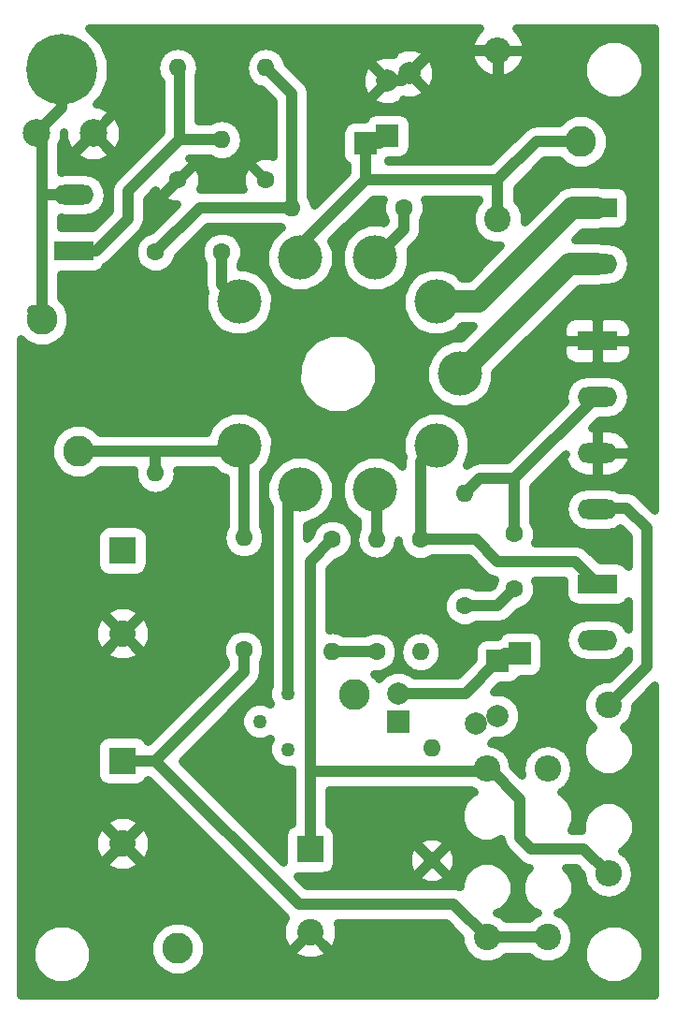
<source format=gbr>
G04 #@! TF.FileFunction,Copper,L2,Bot,Signal*
%FSLAX46Y46*%
G04 Gerber Fmt 4.6, Leading zero omitted, Abs format (unit mm)*
G04 Created by KiCad (PCBNEW 4.0.7) date Friday, 27 April 2018 'PMt' 15:38:10*
%MOMM*%
%LPD*%
G01*
G04 APERTURE LIST*
%ADD10C,0.100000*%
%ADD11C,2.800000*%
%ADD12C,2.400000*%
%ADD13O,2.400000X2.400000*%
%ADD14R,2.400000X2.400000*%
%ADD15C,1.600000*%
%ADD16O,1.600000X1.600000*%
%ADD17C,6.400000*%
%ADD18R,3.600000X1.800000*%
%ADD19O,3.600000X1.800000*%
%ADD20R,2.000000X2.000000*%
%ADD21C,2.000000*%
%ADD22C,4.000000*%
%ADD23C,2.499360*%
%ADD24C,1.260000*%
%ADD25C,1.000000*%
%ADD26C,2.000000*%
%ADD27C,0.800000*%
G04 APERTURE END LIST*
D10*
D11*
X204000000Y-119000000D03*
D12*
X216000000Y-141000000D03*
D13*
X216000000Y-125760000D03*
D14*
X200000000Y-133000000D03*
D12*
X200000000Y-140500000D03*
D15*
X186000000Y-79000000D03*
D16*
X186000000Y-99000000D03*
D17*
X177500000Y-62500000D03*
D11*
X224500000Y-69000000D03*
X175700000Y-85100000D03*
D18*
X178600000Y-78900000D03*
D19*
X178600000Y-73820000D03*
D18*
X226000000Y-109000000D03*
D19*
X226000000Y-114080000D03*
D11*
X179000000Y-97000000D03*
X188000000Y-142000000D03*
D20*
X207000000Y-68500000D03*
D21*
X207000000Y-63500000D03*
D20*
X205000000Y-69172144D03*
D21*
X209000000Y-62827856D03*
D22*
X193568200Y-83511000D03*
X199088300Y-79500000D03*
X205911700Y-79500000D03*
X211431800Y-83510600D03*
X213540400Y-90000000D03*
X211431800Y-96489400D03*
X205911700Y-100500000D03*
X199088300Y-100500000D03*
X193568200Y-96489400D03*
D15*
X218500000Y-104500000D03*
X218500000Y-109500000D03*
X188000000Y-72500000D03*
D16*
X188000000Y-62340000D03*
D15*
X192000000Y-79000000D03*
D16*
X192000000Y-68840000D03*
D15*
X196000000Y-72500000D03*
D16*
X196000000Y-62340000D03*
D15*
X208500000Y-75000000D03*
D16*
X198340000Y-75000000D03*
D12*
X217000000Y-76000000D03*
D13*
X217000000Y-60760000D03*
D15*
X206000000Y-115150000D03*
D16*
X206000000Y-104990000D03*
D12*
X227000000Y-120000000D03*
D13*
X227000000Y-135240000D03*
D15*
X214000000Y-111000000D03*
D16*
X214000000Y-100840000D03*
D14*
X183000000Y-125000000D03*
D12*
X183000000Y-132500000D03*
D15*
X194000000Y-115000000D03*
D16*
X194000000Y-104840000D03*
D14*
X183000000Y-106000000D03*
D12*
X183000000Y-113500000D03*
D15*
X202000000Y-105000000D03*
D16*
X202000000Y-115160000D03*
D15*
X210000000Y-105000000D03*
D16*
X210000000Y-115160000D03*
D23*
X175200000Y-68250000D03*
X180360000Y-68250000D03*
D12*
X221500000Y-141000000D03*
D13*
X221500000Y-125760000D03*
D20*
X217000000Y-116000000D03*
D21*
X217000000Y-121000000D03*
D20*
X219000000Y-115327856D03*
D21*
X215000000Y-121672144D03*
D18*
X226000000Y-75000000D03*
D19*
X226000000Y-80080000D03*
D15*
X211000000Y-134000000D03*
D16*
X211000000Y-123840000D03*
D24*
X198000000Y-118920000D03*
X195460000Y-121460000D03*
X198000000Y-124000000D03*
D20*
X208000000Y-121500000D03*
D21*
X208000000Y-118960000D03*
D18*
X226000000Y-87000000D03*
D19*
X226000000Y-92080000D03*
X226000000Y-97160000D03*
X226000000Y-102240000D03*
D25*
X198340000Y-75000000D02*
X198340000Y-64680000D01*
X198340000Y-64680000D02*
X196000000Y-62340000D01*
X198340000Y-75000000D02*
X190000000Y-75000000D01*
X190000000Y-75000000D02*
X186000000Y-79000000D01*
X217000000Y-60760000D02*
X211067856Y-60760000D01*
X211067856Y-60760000D02*
X208327856Y-63500000D01*
X208327856Y-63500000D02*
X207000000Y-63500000D01*
X224500000Y-69000000D02*
X220500000Y-69000000D01*
X220500000Y-69000000D02*
X217000000Y-72500000D01*
X217000000Y-76000000D02*
X217000000Y-72500000D01*
X205000000Y-72500000D02*
X217000000Y-72500000D01*
X199088300Y-79500000D02*
X199088300Y-78411700D01*
X199088300Y-78411700D02*
X205000000Y-72500000D01*
X205000000Y-69172144D02*
X206327856Y-69172144D01*
X206327856Y-69172144D02*
X207000000Y-68500000D01*
X205000000Y-72500000D02*
X205000000Y-69172144D01*
X178600000Y-73820000D02*
X175700000Y-73820000D01*
X175880000Y-74000000D02*
X175700000Y-74000000D01*
X175700000Y-73820000D02*
X175880000Y-74000000D01*
X175700000Y-85100000D02*
X175700000Y-74000000D01*
X175700000Y-74000000D02*
X175700000Y-68750000D01*
X175700000Y-68750000D02*
X175200000Y-68250000D01*
X175200000Y-84600000D02*
X175700000Y-85100000D01*
X174900000Y-84300000D02*
X175700000Y-85100000D01*
X177500000Y-62500000D02*
X177500000Y-65950000D01*
X177500000Y-65950000D02*
X175200000Y-68250000D01*
X194000000Y-104840000D02*
X194000000Y-96921200D01*
X194000000Y-96921200D02*
X193568200Y-96489400D01*
X186000000Y-97000000D02*
X193057600Y-97000000D01*
X193057600Y-97000000D02*
X193568200Y-96489400D01*
X186000000Y-99000000D02*
X186000000Y-97000000D01*
X186000000Y-97000000D02*
X186000000Y-96989400D01*
X186000000Y-96989400D02*
X179010600Y-96989400D01*
X179010600Y-96989400D02*
X179000000Y-97000000D01*
X186000000Y-125000000D02*
X194000000Y-117000000D01*
X194000000Y-117000000D02*
X194000000Y-115000000D01*
X183000000Y-125000000D02*
X184000000Y-125000000D01*
X183000000Y-125000000D02*
X186000000Y-125000000D01*
X213000000Y-138000000D02*
X216000000Y-141000000D01*
X199000000Y-138000000D02*
X213000000Y-138000000D01*
X186000000Y-125000000D02*
X199000000Y-138000000D01*
X216000000Y-141000000D02*
X221500000Y-141000000D01*
X218500000Y-104500000D02*
X218500000Y-99500000D01*
X218500000Y-99500000D02*
X215340000Y-99500000D01*
X215340000Y-99500000D02*
X214000000Y-100840000D01*
X218500000Y-99500000D02*
X226000000Y-92000000D01*
D26*
X226000000Y-75000000D02*
X223750000Y-75000000D01*
X215239400Y-83510600D02*
X211431800Y-83510600D01*
X223750000Y-75000000D02*
X215239400Y-83510600D01*
D25*
X192000000Y-79000000D02*
X192000000Y-81942800D01*
X192000000Y-81942800D02*
X193568200Y-83511000D01*
X208500000Y-75000000D02*
X208500000Y-76911700D01*
X208500000Y-76911700D02*
X205911700Y-79500000D01*
X206000000Y-104990000D02*
X206000000Y-100588300D01*
X206000000Y-100588300D02*
X205911700Y-100500000D01*
D26*
X226000000Y-80080000D02*
X223460400Y-80080000D01*
X223460400Y-80080000D02*
X213540400Y-90000000D01*
D25*
X216000000Y-125760000D02*
X216260000Y-125760000D01*
X216260000Y-125760000D02*
X219000000Y-128500000D01*
X224760000Y-133000000D02*
X227000000Y-135240000D01*
X220000000Y-133000000D02*
X224760000Y-133000000D01*
X219000000Y-132000000D02*
X220000000Y-133000000D01*
X219000000Y-128500000D02*
X219000000Y-132000000D01*
X226000000Y-114080000D02*
X225920000Y-114080000D01*
X200000000Y-126000000D02*
X215760000Y-126000000D01*
X200000000Y-133000000D02*
X200000000Y-126000000D01*
X200000000Y-126000000D02*
X200000000Y-107000000D01*
X200000000Y-107000000D02*
X202000000Y-105000000D01*
X226000000Y-102160000D02*
X228660000Y-102160000D01*
X230500000Y-116500000D02*
X227000000Y-120000000D01*
X230500000Y-104000000D02*
X230500000Y-116500000D01*
X228660000Y-102160000D02*
X230500000Y-104000000D01*
X221500000Y-125760000D02*
X221500000Y-125500000D01*
X210000000Y-105000000D02*
X210000000Y-97921200D01*
X210000000Y-97921200D02*
X211431800Y-96489400D01*
X210000000Y-105000000D02*
X215000000Y-105000000D01*
X224000000Y-107000000D02*
X226000000Y-109000000D01*
X217000000Y-107000000D02*
X224000000Y-107000000D01*
X215000000Y-105000000D02*
X217000000Y-107000000D01*
X214000000Y-111000000D02*
X217000000Y-111000000D01*
X217000000Y-111000000D02*
X218500000Y-109500000D01*
X202000000Y-115160000D02*
X205990000Y-115160000D01*
X205990000Y-115160000D02*
X206000000Y-115150000D01*
X188160000Y-62500000D02*
X188160000Y-68840000D01*
X188160000Y-68840000D02*
X183500000Y-73500000D01*
X180600000Y-78900000D02*
X178600000Y-78900000D01*
X183500000Y-76000000D02*
X180600000Y-78900000D01*
X183500000Y-73500000D02*
X183500000Y-76000000D01*
X188160000Y-62500000D02*
X188000000Y-62340000D01*
X192000000Y-68840000D02*
X188160000Y-68840000D01*
X178600000Y-78900000D02*
X180350000Y-78900000D01*
X178600000Y-78900000D02*
X180100000Y-78900000D01*
X208000000Y-118960000D02*
X214040000Y-118960000D01*
X214040000Y-118960000D02*
X217000000Y-116000000D01*
X219000000Y-115327856D02*
X217672144Y-115327856D01*
X198000000Y-118920000D02*
X198000000Y-101588300D01*
X198000000Y-101588300D02*
X199088300Y-100500000D01*
D27*
G36*
X214837021Y-59317243D02*
X214449549Y-60254802D01*
X214751919Y-60660000D01*
X216900000Y-60660000D01*
X216900000Y-60640000D01*
X217100000Y-60640000D01*
X217100000Y-60660000D01*
X219248081Y-60660000D01*
X219550451Y-60254802D01*
X219162979Y-59317243D01*
X218621602Y-58775000D01*
X231225000Y-58775000D01*
X231225000Y-102320837D01*
X229862082Y-100957918D01*
X229310562Y-100589405D01*
X228660000Y-100459999D01*
X228659995Y-100460000D01*
X228002085Y-100460000D01*
X227762408Y-100299853D01*
X226958773Y-100140000D01*
X225041227Y-100140000D01*
X224237592Y-100299853D01*
X223556303Y-100755076D01*
X223101080Y-101436365D01*
X222941227Y-102240000D01*
X223101080Y-103043635D01*
X223556303Y-103724924D01*
X224237592Y-104180147D01*
X225041227Y-104340000D01*
X226958773Y-104340000D01*
X227762408Y-104180147D01*
X228070274Y-103974438D01*
X228800000Y-104704163D01*
X228800000Y-107437998D01*
X228677021Y-107246883D01*
X228276014Y-106972886D01*
X227800000Y-106876491D01*
X226280654Y-106876491D01*
X225202082Y-105797918D01*
X224650562Y-105429405D01*
X224000000Y-105299999D01*
X223999995Y-105300000D01*
X220333379Y-105300000D01*
X220499652Y-104899570D01*
X220500346Y-104103921D01*
X220200000Y-103377027D01*
X220200000Y-100204164D01*
X223144162Y-97260002D01*
X223152564Y-97260002D01*
X222846108Y-97618228D01*
X222936808Y-97947784D01*
X223402943Y-98715635D01*
X224127440Y-99246655D01*
X225000000Y-99460000D01*
X225900000Y-99460000D01*
X225900000Y-97260000D01*
X226100000Y-97260000D01*
X226100000Y-99460000D01*
X227000000Y-99460000D01*
X227872560Y-99246655D01*
X228597057Y-98715635D01*
X229063192Y-97947784D01*
X229153892Y-97618228D01*
X228847434Y-97260000D01*
X226100000Y-97260000D01*
X225900000Y-97260000D01*
X225880000Y-97260000D01*
X225880000Y-97060000D01*
X225900000Y-97060000D01*
X225900000Y-94860000D01*
X226100000Y-94860000D01*
X226100000Y-97060000D01*
X228847434Y-97060000D01*
X229153892Y-96701772D01*
X229063192Y-96372216D01*
X228597057Y-95604365D01*
X227872560Y-95073345D01*
X227000000Y-94860000D01*
X226100000Y-94860000D01*
X225900000Y-94860000D01*
X225544163Y-94860000D01*
X226224163Y-94180000D01*
X226958773Y-94180000D01*
X227762408Y-94020147D01*
X228443697Y-93564924D01*
X228898920Y-92883635D01*
X229058773Y-92080000D01*
X228898920Y-91276365D01*
X228443697Y-90595076D01*
X227762408Y-90139853D01*
X226958773Y-89980000D01*
X225041227Y-89980000D01*
X224237592Y-90139853D01*
X223556303Y-90595076D01*
X223101080Y-91276365D01*
X222941227Y-92080000D01*
X223036561Y-92559276D01*
X217795836Y-97800000D01*
X215340005Y-97800000D01*
X215340000Y-97799999D01*
X214730687Y-97921200D01*
X214689438Y-97929405D01*
X214148752Y-98290679D01*
X214631244Y-97128712D01*
X214632355Y-95855673D01*
X214146210Y-94679114D01*
X213246821Y-93778154D01*
X212071112Y-93289956D01*
X210798073Y-93288845D01*
X209621514Y-93774990D01*
X208720554Y-94674379D01*
X208232356Y-95850088D01*
X208231245Y-97123127D01*
X208384816Y-97494798D01*
X208299999Y-97921200D01*
X208300000Y-97921205D01*
X208300000Y-98363034D01*
X207726721Y-97788754D01*
X206551012Y-97300556D01*
X205277973Y-97299445D01*
X204101414Y-97785590D01*
X203200454Y-98684979D01*
X202712256Y-99860688D01*
X202711145Y-101133727D01*
X203197290Y-102310286D01*
X204096679Y-103211246D01*
X204300000Y-103295672D01*
X204300000Y-103964314D01*
X204152241Y-104185451D01*
X204000044Y-104950599D01*
X204000346Y-104603921D01*
X203696506Y-103868571D01*
X203134388Y-103305471D01*
X202399570Y-103000348D01*
X201603921Y-102999654D01*
X200868571Y-103303494D01*
X200305471Y-103865612D01*
X200003857Y-104591980D01*
X199700000Y-104895836D01*
X199700000Y-103700536D01*
X199722027Y-103700555D01*
X200898586Y-103214410D01*
X201799546Y-102315021D01*
X202287744Y-101139312D01*
X202288855Y-99866273D01*
X201802710Y-98689714D01*
X200903321Y-97788754D01*
X199727612Y-97300556D01*
X198454573Y-97299445D01*
X197278014Y-97785590D01*
X196377054Y-98684979D01*
X195888856Y-99860688D01*
X195887745Y-101133727D01*
X196300000Y-102131459D01*
X196300000Y-118242085D01*
X196170318Y-118554393D01*
X196169683Y-119282413D01*
X196414467Y-119874834D01*
X195825607Y-119630318D01*
X195097587Y-119629683D01*
X194424742Y-119907697D01*
X193909506Y-120422035D01*
X193630318Y-121094393D01*
X193629683Y-121822413D01*
X193907697Y-122495258D01*
X194422035Y-123010494D01*
X195094393Y-123289682D01*
X195822413Y-123290317D01*
X196414834Y-123045533D01*
X196170318Y-123634393D01*
X196169683Y-124362413D01*
X196447697Y-125035258D01*
X196962035Y-125550494D01*
X197634393Y-125829682D01*
X198300000Y-125830263D01*
X198300000Y-130695755D01*
X197946883Y-130922979D01*
X197672886Y-131323986D01*
X197576491Y-131800000D01*
X197576491Y-134172328D01*
X188404164Y-125000000D01*
X195202079Y-118202084D01*
X195202082Y-118202082D01*
X195570595Y-117650562D01*
X195700000Y-117000000D01*
X195700000Y-116121212D01*
X195999652Y-115399570D01*
X196000346Y-114603921D01*
X195696506Y-113868571D01*
X195134388Y-113305471D01*
X194399570Y-113000348D01*
X193603921Y-112999654D01*
X192868571Y-113303494D01*
X192305471Y-113865612D01*
X192000348Y-114600430D01*
X191999654Y-115396079D01*
X192300000Y-116122973D01*
X192300000Y-116295837D01*
X185300953Y-123294883D01*
X185077021Y-122946883D01*
X184676014Y-122672886D01*
X184200000Y-122576491D01*
X181800000Y-122576491D01*
X181355307Y-122660166D01*
X180946883Y-122922979D01*
X180672886Y-123323986D01*
X180576491Y-123800000D01*
X180576491Y-126200000D01*
X180660166Y-126644693D01*
X180922979Y-127053117D01*
X181323986Y-127327114D01*
X181800000Y-127423509D01*
X184200000Y-127423509D01*
X184644693Y-127339834D01*
X185053117Y-127077021D01*
X185304681Y-126708845D01*
X197745674Y-139149837D01*
X197400799Y-139978829D01*
X197399208Y-141013172D01*
X197793564Y-141969389D01*
X197798095Y-141976170D01*
X198303818Y-142054760D01*
X199858579Y-140500000D01*
X199844436Y-140485858D01*
X199985858Y-140344437D01*
X200000000Y-140358579D01*
X200014143Y-140344437D01*
X200155564Y-140485858D01*
X200141421Y-140500000D01*
X201696182Y-142054760D01*
X202201905Y-141976170D01*
X202599201Y-141021171D01*
X202600792Y-139986828D01*
X202482501Y-139700000D01*
X212295836Y-139700000D01*
X213599995Y-141004158D01*
X213599584Y-141475295D01*
X213964192Y-142357715D01*
X214638734Y-143033435D01*
X215520516Y-143399583D01*
X216475295Y-143400416D01*
X217357715Y-143035808D01*
X217694109Y-142700000D01*
X219805880Y-142700000D01*
X220138734Y-143033435D01*
X221020516Y-143399583D01*
X221975295Y-143400416D01*
X222812450Y-143054511D01*
X224699515Y-143054511D01*
X225124892Y-144084000D01*
X225911857Y-144872340D01*
X226940602Y-145299513D01*
X228054511Y-145300485D01*
X229084000Y-144875108D01*
X229872340Y-144088143D01*
X230299513Y-143059398D01*
X230300485Y-141945489D01*
X229875108Y-140916000D01*
X229088143Y-140127660D01*
X228059398Y-139700487D01*
X226945489Y-139699515D01*
X225916000Y-140124892D01*
X225127660Y-140911857D01*
X224700487Y-141940602D01*
X224699515Y-143054511D01*
X222812450Y-143054511D01*
X222857715Y-143035808D01*
X223533435Y-142361266D01*
X223899583Y-141479484D01*
X223900416Y-140524705D01*
X223535808Y-139642285D01*
X222861266Y-138966565D01*
X222404829Y-138777036D01*
X222886000Y-138578220D01*
X223575798Y-137889625D01*
X223949573Y-136989473D01*
X223950424Y-136014803D01*
X223578220Y-135114000D01*
X223164942Y-134700000D01*
X224055836Y-134700000D01*
X224600000Y-135244164D01*
X224600000Y-135287019D01*
X224782689Y-136205459D01*
X225302944Y-136984075D01*
X226081560Y-137504330D01*
X227000000Y-137687019D01*
X227918440Y-137504330D01*
X228697056Y-136984075D01*
X229217311Y-136205459D01*
X229400000Y-135287019D01*
X229400000Y-135192981D01*
X229217311Y-134274541D01*
X228697056Y-133495925D01*
X228191928Y-133158409D01*
X228386000Y-133078220D01*
X229075798Y-132389625D01*
X229449573Y-131489473D01*
X229450424Y-130514803D01*
X229078220Y-129614000D01*
X228389625Y-128924202D01*
X227489473Y-128550427D01*
X226514803Y-128549576D01*
X225614000Y-128921780D01*
X224924202Y-129610375D01*
X224550427Y-130510527D01*
X224549738Y-131300000D01*
X223613013Y-131300000D01*
X223949573Y-130489473D01*
X223950424Y-129514803D01*
X223578220Y-128614000D01*
X222889625Y-127924202D01*
X222691448Y-127841912D01*
X223197056Y-127504075D01*
X223717311Y-126725459D01*
X223900000Y-125807019D01*
X223900000Y-125712981D01*
X223717311Y-124794541D01*
X223197056Y-124015925D01*
X222418440Y-123495670D01*
X221500000Y-123312981D01*
X220581560Y-123495670D01*
X219802944Y-124015925D01*
X219282689Y-124794541D01*
X219100000Y-125712981D01*
X219100000Y-125807019D01*
X219196544Y-126292381D01*
X218346082Y-125441919D01*
X218217311Y-124794541D01*
X217697056Y-124015925D01*
X216918440Y-123495670D01*
X216392147Y-123390984D01*
X216583826Y-123199638D01*
X217435687Y-123200381D01*
X218244572Y-122866157D01*
X218863982Y-122247827D01*
X219199618Y-121439527D01*
X219200381Y-120564313D01*
X218866157Y-119755428D01*
X218247827Y-119136018D01*
X217439527Y-118800382D01*
X216604509Y-118799654D01*
X217180654Y-118223509D01*
X218000000Y-118223509D01*
X218444693Y-118139834D01*
X218853117Y-117877021D01*
X219075629Y-117551365D01*
X220000000Y-117551365D01*
X220444693Y-117467690D01*
X220853117Y-117204877D01*
X221127114Y-116803870D01*
X221223509Y-116327856D01*
X221223509Y-114327856D01*
X221139834Y-113883163D01*
X220877021Y-113474739D01*
X220476014Y-113200742D01*
X220000000Y-113104347D01*
X218000000Y-113104347D01*
X217555307Y-113188022D01*
X217146883Y-113450835D01*
X216924371Y-113776491D01*
X216000000Y-113776491D01*
X215555307Y-113860166D01*
X215146883Y-114122979D01*
X214872886Y-114523986D01*
X214776491Y-115000000D01*
X214776491Y-115819346D01*
X213335836Y-117260000D01*
X209411523Y-117260000D01*
X209247827Y-117096018D01*
X208439527Y-116760382D01*
X207564313Y-116759619D01*
X206755428Y-117093843D01*
X206238722Y-117609648D01*
X206205458Y-117529142D01*
X205826827Y-117149849D01*
X206396079Y-117150346D01*
X207131429Y-116846506D01*
X207694529Y-116284388D01*
X207999652Y-115549570D01*
X208000000Y-115150599D01*
X208000000Y-115199182D01*
X208152241Y-115964549D01*
X208585786Y-116613396D01*
X209234633Y-117046941D01*
X210000000Y-117199182D01*
X210765367Y-117046941D01*
X211414214Y-116613396D01*
X211847759Y-115964549D01*
X212000000Y-115199182D01*
X212000000Y-115120818D01*
X211847759Y-114355451D01*
X211414214Y-113706604D01*
X210765367Y-113273059D01*
X210000000Y-113120818D01*
X209234633Y-113273059D01*
X208585786Y-113706604D01*
X208152241Y-114355451D01*
X208000026Y-115120687D01*
X208000346Y-114753921D01*
X207696506Y-114018571D01*
X207134388Y-113455471D01*
X206399570Y-113150348D01*
X205603921Y-113149654D01*
X204868571Y-113453494D01*
X204862054Y-113460000D01*
X203045144Y-113460000D01*
X202765367Y-113273059D01*
X202000000Y-113120818D01*
X201700000Y-113180492D01*
X201700000Y-107704164D01*
X202409266Y-106994897D01*
X203131429Y-106696506D01*
X203694529Y-106134388D01*
X203999652Y-105399570D01*
X204000000Y-105000599D01*
X204000000Y-105029182D01*
X204152241Y-105794549D01*
X204585786Y-106443396D01*
X205234633Y-106876941D01*
X206000000Y-107029182D01*
X206765367Y-106876941D01*
X207414214Y-106443396D01*
X207847759Y-105794549D01*
X207999974Y-105029313D01*
X207999654Y-105396079D01*
X208303494Y-106131429D01*
X208865612Y-106694529D01*
X209600430Y-106999652D01*
X210396079Y-107000346D01*
X211122973Y-106700000D01*
X214295836Y-106700000D01*
X215797916Y-108202079D01*
X215797918Y-108202082D01*
X216129308Y-108423509D01*
X216349438Y-108570595D01*
X216692056Y-108638747D01*
X216503857Y-109091980D01*
X216295836Y-109300000D01*
X215121212Y-109300000D01*
X214399570Y-109000348D01*
X213603921Y-108999654D01*
X212868571Y-109303494D01*
X212305471Y-109865612D01*
X212000348Y-110600430D01*
X211999654Y-111396079D01*
X212303494Y-112131429D01*
X212865612Y-112694529D01*
X213600430Y-112999652D01*
X214396079Y-113000346D01*
X215122973Y-112700000D01*
X216999995Y-112700000D01*
X217000000Y-112700001D01*
X217650562Y-112570595D01*
X218202082Y-112202082D01*
X218909266Y-111494897D01*
X219631429Y-111196506D01*
X220194529Y-110634388D01*
X220499652Y-109899570D01*
X220500346Y-109103921D01*
X220333449Y-108700000D01*
X222976491Y-108700000D01*
X222976491Y-109900000D01*
X223060166Y-110344693D01*
X223322979Y-110753117D01*
X223723986Y-111027114D01*
X224200000Y-111123509D01*
X227800000Y-111123509D01*
X228244693Y-111039834D01*
X228653117Y-110777021D01*
X228800000Y-110562051D01*
X228800000Y-113128321D01*
X228443697Y-112595076D01*
X227762408Y-112139853D01*
X226958773Y-111980000D01*
X225041227Y-111980000D01*
X224237592Y-112139853D01*
X223556303Y-112595076D01*
X223101080Y-113276365D01*
X222941227Y-114080000D01*
X223101080Y-114883635D01*
X223556303Y-115564924D01*
X224237592Y-116020147D01*
X225041227Y-116180000D01*
X226958773Y-116180000D01*
X227762408Y-116020147D01*
X228443697Y-115564924D01*
X228800000Y-115031679D01*
X228800000Y-115795837D01*
X226995841Y-117599995D01*
X226524705Y-117599584D01*
X225642285Y-117964192D01*
X224966565Y-118638734D01*
X224600417Y-119520516D01*
X224599584Y-120475295D01*
X224964192Y-121357715D01*
X225570561Y-121965143D01*
X224924202Y-122610375D01*
X224550427Y-123510527D01*
X224549576Y-124485197D01*
X224921780Y-125386000D01*
X225610375Y-126075798D01*
X226510527Y-126449573D01*
X227485197Y-126450424D01*
X228386000Y-126078220D01*
X229075798Y-125389625D01*
X229449573Y-124489473D01*
X229450424Y-123514803D01*
X229078220Y-122614000D01*
X228429501Y-121964147D01*
X229033435Y-121361266D01*
X229399583Y-120479484D01*
X229399998Y-120004166D01*
X231225000Y-118179163D01*
X231225000Y-146225000D01*
X173775000Y-146225000D01*
X173775000Y-143054511D01*
X174699515Y-143054511D01*
X175124892Y-144084000D01*
X175911857Y-144872340D01*
X176940602Y-145299513D01*
X178054511Y-145300485D01*
X179084000Y-144875108D01*
X179872340Y-144088143D01*
X180299513Y-143059398D01*
X180299988Y-142514903D01*
X185399550Y-142514903D01*
X185794542Y-143470858D01*
X186525295Y-144202887D01*
X187480559Y-144599548D01*
X188514903Y-144600450D01*
X189470858Y-144205458D01*
X190202887Y-143474705D01*
X190599548Y-142519441D01*
X190599829Y-142196182D01*
X198445240Y-142196182D01*
X198523830Y-142701905D01*
X199478829Y-143099201D01*
X200513172Y-143100792D01*
X201469389Y-142706436D01*
X201476170Y-142701905D01*
X201554760Y-142196182D01*
X200000000Y-140641421D01*
X198445240Y-142196182D01*
X190599829Y-142196182D01*
X190600450Y-141485097D01*
X190205458Y-140529142D01*
X189474705Y-139797113D01*
X188519441Y-139400452D01*
X187485097Y-139399550D01*
X186529142Y-139794542D01*
X185797113Y-140525295D01*
X185400452Y-141480559D01*
X185399550Y-142514903D01*
X180299988Y-142514903D01*
X180300485Y-141945489D01*
X179875108Y-140916000D01*
X179088143Y-140127660D01*
X178059398Y-139700487D01*
X176945489Y-139699515D01*
X175916000Y-140124892D01*
X175127660Y-140911857D01*
X174700487Y-141940602D01*
X174699515Y-143054511D01*
X173775000Y-143054511D01*
X173775000Y-134196182D01*
X181445240Y-134196182D01*
X181523830Y-134701905D01*
X182478829Y-135099201D01*
X183513172Y-135100792D01*
X184469389Y-134706436D01*
X184476170Y-134701905D01*
X184554760Y-134196182D01*
X183000000Y-132641421D01*
X181445240Y-134196182D01*
X173775000Y-134196182D01*
X173775000Y-133013172D01*
X180399208Y-133013172D01*
X180793564Y-133969389D01*
X180798095Y-133976170D01*
X181303818Y-134054760D01*
X182858579Y-132500000D01*
X183141421Y-132500000D01*
X184696182Y-134054760D01*
X185201905Y-133976170D01*
X185599201Y-133021171D01*
X185600792Y-131986828D01*
X185206436Y-131030611D01*
X185201905Y-131023830D01*
X184696182Y-130945240D01*
X183141421Y-132500000D01*
X182858579Y-132500000D01*
X181303818Y-130945240D01*
X180798095Y-131023830D01*
X180400799Y-131978829D01*
X180399208Y-133013172D01*
X173775000Y-133013172D01*
X173775000Y-130803818D01*
X181445240Y-130803818D01*
X183000000Y-132358579D01*
X184554760Y-130803818D01*
X184476170Y-130298095D01*
X183521171Y-129900799D01*
X182486828Y-129899208D01*
X181530611Y-130293564D01*
X181523830Y-130298095D01*
X181445240Y-130803818D01*
X173775000Y-130803818D01*
X173775000Y-115196182D01*
X181445240Y-115196182D01*
X181523830Y-115701905D01*
X182478829Y-116099201D01*
X183513172Y-116100792D01*
X184469389Y-115706436D01*
X184476170Y-115701905D01*
X184554760Y-115196182D01*
X183000000Y-113641421D01*
X181445240Y-115196182D01*
X173775000Y-115196182D01*
X173775000Y-114013172D01*
X180399208Y-114013172D01*
X180793564Y-114969389D01*
X180798095Y-114976170D01*
X181303818Y-115054760D01*
X182858579Y-113500000D01*
X183141421Y-113500000D01*
X184696182Y-115054760D01*
X185201905Y-114976170D01*
X185599201Y-114021171D01*
X185600792Y-112986828D01*
X185206436Y-112030611D01*
X185201905Y-112023830D01*
X184696182Y-111945240D01*
X183141421Y-113500000D01*
X182858579Y-113500000D01*
X181303818Y-111945240D01*
X180798095Y-112023830D01*
X180400799Y-112978829D01*
X180399208Y-114013172D01*
X173775000Y-114013172D01*
X173775000Y-111803818D01*
X181445240Y-111803818D01*
X183000000Y-113358579D01*
X184554760Y-111803818D01*
X184476170Y-111298095D01*
X183521171Y-110900799D01*
X182486828Y-110899208D01*
X181530611Y-111293564D01*
X181523830Y-111298095D01*
X181445240Y-111803818D01*
X173775000Y-111803818D01*
X173775000Y-104800000D01*
X180576491Y-104800000D01*
X180576491Y-107200000D01*
X180660166Y-107644693D01*
X180922979Y-108053117D01*
X181323986Y-108327114D01*
X181800000Y-108423509D01*
X184200000Y-108423509D01*
X184644693Y-108339834D01*
X185053117Y-108077021D01*
X185327114Y-107676014D01*
X185423509Y-107200000D01*
X185423509Y-104800000D01*
X185339834Y-104355307D01*
X185077021Y-103946883D01*
X184676014Y-103672886D01*
X184200000Y-103576491D01*
X181800000Y-103576491D01*
X181355307Y-103660166D01*
X180946883Y-103922979D01*
X180672886Y-104323986D01*
X180576491Y-104800000D01*
X173775000Y-104800000D01*
X173775000Y-97514903D01*
X176399550Y-97514903D01*
X176794542Y-98470858D01*
X177525295Y-99202887D01*
X178480559Y-99599548D01*
X179514903Y-99600450D01*
X180470858Y-99205458D01*
X180987817Y-98689400D01*
X184053988Y-98689400D01*
X184000000Y-98960818D01*
X184000000Y-99039182D01*
X184152241Y-99804549D01*
X184585786Y-100453396D01*
X185234633Y-100886941D01*
X186000000Y-101039182D01*
X186765367Y-100886941D01*
X187414214Y-100453396D01*
X187847759Y-99804549D01*
X188000000Y-99039182D01*
X188000000Y-98960818D01*
X187948120Y-98700000D01*
X191253406Y-98700000D01*
X191753179Y-99200646D01*
X192300000Y-99427706D01*
X192300000Y-103814314D01*
X192152241Y-104035451D01*
X192000000Y-104800818D01*
X192000000Y-104879182D01*
X192152241Y-105644549D01*
X192585786Y-106293396D01*
X193234633Y-106726941D01*
X194000000Y-106879182D01*
X194765367Y-106726941D01*
X195414214Y-106293396D01*
X195847759Y-105644549D01*
X196000000Y-104879182D01*
X196000000Y-104800818D01*
X195847759Y-104035451D01*
X195700000Y-103814314D01*
X195700000Y-98882857D01*
X196279446Y-98304421D01*
X196767644Y-97128712D01*
X196768755Y-95855673D01*
X196282610Y-94679114D01*
X195383221Y-93778154D01*
X194207512Y-93289956D01*
X192934473Y-93288845D01*
X191757914Y-93774990D01*
X190856954Y-94674379D01*
X190597173Y-95300000D01*
X186053290Y-95300000D01*
X186000000Y-95289400D01*
X180966134Y-95289400D01*
X180474705Y-94797113D01*
X179519441Y-94400452D01*
X178485097Y-94399550D01*
X177529142Y-94794542D01*
X176797113Y-95525295D01*
X176400452Y-96480559D01*
X176399550Y-97514903D01*
X173775000Y-97514903D01*
X173775000Y-90732747D01*
X198799359Y-90732747D01*
X199361464Y-92093143D01*
X200401382Y-93134878D01*
X201760796Y-93699356D01*
X203232747Y-93700641D01*
X204593143Y-93138536D01*
X205634878Y-92098618D01*
X206199356Y-90739204D01*
X206200641Y-89267253D01*
X205638536Y-87906857D01*
X204598618Y-86865122D01*
X203239204Y-86300644D01*
X201767253Y-86299359D01*
X200406857Y-86861464D01*
X199365122Y-87901382D01*
X198800644Y-89260796D01*
X198799359Y-90732747D01*
X173775000Y-90732747D01*
X173775000Y-86851806D01*
X174225295Y-87302887D01*
X175180559Y-87699548D01*
X176214903Y-87700450D01*
X177170858Y-87305458D01*
X177902887Y-86574705D01*
X178299548Y-85619441D01*
X178300450Y-84585097D01*
X177905458Y-83629142D01*
X177400000Y-83122801D01*
X177400000Y-81023509D01*
X180400000Y-81023509D01*
X180844693Y-80939834D01*
X181253117Y-80677021D01*
X181514799Y-80294038D01*
X181802082Y-80102082D01*
X182508084Y-79396079D01*
X183999654Y-79396079D01*
X184303494Y-80131429D01*
X184865612Y-80694529D01*
X185600430Y-80999652D01*
X186396079Y-81000346D01*
X187131429Y-80696506D01*
X187694529Y-80134388D01*
X187996143Y-79408021D01*
X188008084Y-79396079D01*
X189999654Y-79396079D01*
X190300000Y-80122973D01*
X190300000Y-81942795D01*
X190299999Y-81942800D01*
X190429405Y-82593362D01*
X190463277Y-82644056D01*
X190368756Y-82871688D01*
X190367645Y-84144727D01*
X190853790Y-85321286D01*
X191753179Y-86222246D01*
X192928888Y-86710444D01*
X194201927Y-86711555D01*
X195378486Y-86225410D01*
X196279446Y-85326021D01*
X196767644Y-84150312D01*
X196768755Y-82877273D01*
X196282610Y-81700714D01*
X195383221Y-80799754D01*
X194207512Y-80311556D01*
X193700000Y-80311113D01*
X193700000Y-80121212D01*
X193999652Y-79399570D01*
X194000346Y-78603921D01*
X193696506Y-77868571D01*
X193134388Y-77305471D01*
X192399570Y-77000348D01*
X191603921Y-76999654D01*
X190868571Y-77303494D01*
X190305471Y-77865612D01*
X190000348Y-78600430D01*
X189999654Y-79396079D01*
X188008084Y-79396079D01*
X190704163Y-76700000D01*
X197314314Y-76700000D01*
X197379593Y-76743618D01*
X197278014Y-76785590D01*
X196377054Y-77684979D01*
X195888856Y-78860688D01*
X195887745Y-80133727D01*
X196373890Y-81310286D01*
X197273279Y-82211246D01*
X198448988Y-82699444D01*
X199722027Y-82700555D01*
X200898586Y-82214410D01*
X201799546Y-81315021D01*
X202287744Y-80139312D01*
X202288855Y-78866273D01*
X201923095Y-77981068D01*
X205704163Y-74200000D01*
X206666621Y-74200000D01*
X206500348Y-74600430D01*
X206499654Y-75396079D01*
X206800000Y-76122973D01*
X206800000Y-76207536D01*
X206661218Y-76346318D01*
X206551012Y-76300556D01*
X205277973Y-76299445D01*
X204101414Y-76785590D01*
X203200454Y-77684979D01*
X202712256Y-78860688D01*
X202711145Y-80133727D01*
X203197290Y-81310286D01*
X204096679Y-82211246D01*
X205272388Y-82699444D01*
X206545427Y-82700555D01*
X207721986Y-82214410D01*
X208622946Y-81315021D01*
X209111144Y-80139312D01*
X209112255Y-78866273D01*
X209064695Y-78751169D01*
X209702082Y-78113782D01*
X210070595Y-77562262D01*
X210200001Y-76911700D01*
X210200000Y-76911695D01*
X210200000Y-76121212D01*
X210499652Y-75399570D01*
X210500346Y-74603921D01*
X210333449Y-74200000D01*
X215300000Y-74200000D01*
X215300000Y-74305880D01*
X214966565Y-74638734D01*
X214600417Y-75520516D01*
X214599584Y-76475295D01*
X214964192Y-77357715D01*
X215638734Y-78033435D01*
X216520516Y-78399583D01*
X217238521Y-78400209D01*
X214328130Y-81310600D01*
X213757176Y-81310600D01*
X213246821Y-80799354D01*
X212071112Y-80311156D01*
X210798073Y-80310045D01*
X209621514Y-80796190D01*
X208720554Y-81695579D01*
X208232356Y-82871288D01*
X208231245Y-84144327D01*
X208717390Y-85320886D01*
X209616779Y-86221846D01*
X210792488Y-86710044D01*
X212065527Y-86711155D01*
X213242086Y-86225010D01*
X213757395Y-85710600D01*
X214718530Y-85710600D01*
X213629055Y-86800075D01*
X212906673Y-86799445D01*
X211730114Y-87285590D01*
X210829154Y-88184979D01*
X210340956Y-89360688D01*
X210339845Y-90633727D01*
X210825990Y-91810286D01*
X211725379Y-92711246D01*
X212901088Y-93199444D01*
X214174127Y-93200555D01*
X215350686Y-92714410D01*
X216251646Y-91815021D01*
X216739844Y-90639312D01*
X216740479Y-89911191D01*
X219201670Y-87450000D01*
X222800000Y-87450000D01*
X222800000Y-88178477D01*
X223013137Y-88693036D01*
X223406963Y-89086862D01*
X223921522Y-89300000D01*
X225550000Y-89300000D01*
X225900000Y-88950000D01*
X225900000Y-87100000D01*
X226100000Y-87100000D01*
X226100000Y-88950000D01*
X226450000Y-89300000D01*
X228078478Y-89300000D01*
X228593037Y-89086862D01*
X228986863Y-88693036D01*
X229200000Y-88178477D01*
X229200000Y-87450000D01*
X228850000Y-87100000D01*
X226100000Y-87100000D01*
X225900000Y-87100000D01*
X223150000Y-87100000D01*
X222800000Y-87450000D01*
X219201670Y-87450000D01*
X220830147Y-85821523D01*
X222800000Y-85821523D01*
X222800000Y-86550000D01*
X223150000Y-86900000D01*
X225900000Y-86900000D01*
X225900000Y-85050000D01*
X226100000Y-85050000D01*
X226100000Y-86900000D01*
X228850000Y-86900000D01*
X229200000Y-86550000D01*
X229200000Y-85821523D01*
X228986863Y-85306964D01*
X228593037Y-84913138D01*
X228078478Y-84700000D01*
X226450000Y-84700000D01*
X226100000Y-85050000D01*
X225900000Y-85050000D01*
X225550000Y-84700000D01*
X223921522Y-84700000D01*
X223406963Y-84913138D01*
X223013137Y-85306964D01*
X222800000Y-85821523D01*
X220830147Y-85821523D01*
X224371670Y-82280000D01*
X226000000Y-82280000D01*
X226502734Y-82180000D01*
X226958773Y-82180000D01*
X227762408Y-82020147D01*
X228443697Y-81564924D01*
X228898920Y-80883635D01*
X229058773Y-80080000D01*
X228898920Y-79276365D01*
X228443697Y-78595076D01*
X227762408Y-78139853D01*
X226958773Y-77980000D01*
X226502734Y-77980000D01*
X226000000Y-77880000D01*
X223981270Y-77880000D01*
X224661270Y-77200000D01*
X226000000Y-77200000D01*
X226384546Y-77123509D01*
X227800000Y-77123509D01*
X228244693Y-77039834D01*
X228653117Y-76777021D01*
X228927114Y-76376014D01*
X229023509Y-75900000D01*
X229023509Y-74100000D01*
X228939834Y-73655307D01*
X228677021Y-73246883D01*
X228276014Y-72972886D01*
X227800000Y-72876491D01*
X226384546Y-72876491D01*
X226000000Y-72800000D01*
X223750000Y-72800000D01*
X222908096Y-72967465D01*
X222336433Y-73349438D01*
X222194365Y-73444365D01*
X219399793Y-76238937D01*
X219400416Y-75524705D01*
X219035808Y-74642285D01*
X218700000Y-74305891D01*
X218700000Y-73204164D01*
X221204163Y-70700000D01*
X222523285Y-70700000D01*
X223025295Y-71202887D01*
X223980559Y-71599548D01*
X225014903Y-71600450D01*
X225970858Y-71205458D01*
X226702887Y-70474705D01*
X227099548Y-69519441D01*
X227100450Y-68485097D01*
X226705458Y-67529142D01*
X225974705Y-66797113D01*
X225019441Y-66400452D01*
X223985097Y-66399550D01*
X223029142Y-66794542D01*
X222522801Y-67300000D01*
X220500000Y-67300000D01*
X219849438Y-67429405D01*
X219297918Y-67797918D01*
X219297916Y-67797921D01*
X216295836Y-70800000D01*
X207023365Y-70800000D01*
X207075629Y-70723509D01*
X208000000Y-70723509D01*
X208444693Y-70639834D01*
X208853117Y-70377021D01*
X209127114Y-69976014D01*
X209223509Y-69500000D01*
X209223509Y-67500000D01*
X209139834Y-67055307D01*
X208877021Y-66646883D01*
X208476014Y-66372886D01*
X208000000Y-66276491D01*
X206000000Y-66276491D01*
X205555307Y-66360166D01*
X205146883Y-66622979D01*
X204924371Y-66948635D01*
X204000000Y-66948635D01*
X203555307Y-67032310D01*
X203146883Y-67295123D01*
X202872886Y-67696130D01*
X202776491Y-68172144D01*
X202776491Y-70172144D01*
X202860166Y-70616837D01*
X203122979Y-71025261D01*
X203300000Y-71146215D01*
X203300000Y-71795837D01*
X200332172Y-74763664D01*
X200226941Y-74234633D01*
X200040000Y-73954856D01*
X200040000Y-64680005D01*
X200040001Y-64680000D01*
X199910595Y-64029439D01*
X199910595Y-64029438D01*
X199542082Y-63477918D01*
X199542079Y-63477916D01*
X199090633Y-63026469D01*
X204599235Y-63026469D01*
X204600770Y-63981248D01*
X204963195Y-64856219D01*
X205448160Y-64910419D01*
X206732193Y-63626386D01*
X206815035Y-63826386D01*
X205589581Y-65051840D01*
X205643781Y-65536805D01*
X206526469Y-65900765D01*
X207481248Y-65899230D01*
X208356219Y-65536805D01*
X208396644Y-65175090D01*
X208526469Y-65228621D01*
X208587100Y-65228524D01*
X208654050Y-65295474D01*
X208721216Y-65228308D01*
X209481248Y-65227086D01*
X210356219Y-64864661D01*
X210410419Y-64379696D01*
X209399793Y-63369070D01*
X209399338Y-63085773D01*
X210551840Y-64238275D01*
X211036805Y-64184075D01*
X211400765Y-63301387D01*
X211399230Y-62346608D01*
X211036805Y-61471637D01*
X210551840Y-61417437D01*
X209267807Y-62701470D01*
X209184965Y-62501470D01*
X210410419Y-61276016D01*
X210409210Y-61265198D01*
X214449549Y-61265198D01*
X214837021Y-62202757D01*
X215553787Y-62920670D01*
X216490726Y-63309641D01*
X216494803Y-63310446D01*
X216900000Y-63007777D01*
X216900000Y-60860000D01*
X217100000Y-60860000D01*
X217100000Y-63007777D01*
X217505197Y-63310446D01*
X217509274Y-63309641D01*
X218123821Y-63054511D01*
X224699515Y-63054511D01*
X225124892Y-64084000D01*
X225911857Y-64872340D01*
X226940602Y-65299513D01*
X228054511Y-65300485D01*
X229084000Y-64875108D01*
X229872340Y-64088143D01*
X230299513Y-63059398D01*
X230300485Y-61945489D01*
X229875108Y-60916000D01*
X229088143Y-60127660D01*
X228059398Y-59700487D01*
X226945489Y-59699515D01*
X225916000Y-60124892D01*
X225127660Y-60911857D01*
X224700487Y-61940602D01*
X224699515Y-63054511D01*
X218123821Y-63054511D01*
X218446213Y-62920670D01*
X219162979Y-62202757D01*
X219550451Y-61265198D01*
X219248081Y-60860000D01*
X217100000Y-60860000D01*
X216900000Y-60860000D01*
X214751919Y-60860000D01*
X214449549Y-61265198D01*
X210409210Y-61265198D01*
X210356219Y-60791051D01*
X209473531Y-60427091D01*
X208518752Y-60428626D01*
X207643781Y-60791051D01*
X207603356Y-61152766D01*
X207473531Y-61099235D01*
X207412900Y-61099332D01*
X207345950Y-61032382D01*
X207278784Y-61099548D01*
X206518752Y-61100770D01*
X205643781Y-61463195D01*
X205589581Y-61948160D01*
X206600207Y-62958786D01*
X206600662Y-63242083D01*
X205448160Y-62089581D01*
X204963195Y-62143781D01*
X204599235Y-63026469D01*
X199090633Y-63026469D01*
X197909374Y-61845210D01*
X197847759Y-61535451D01*
X197414214Y-60886604D01*
X196765367Y-60453059D01*
X196000000Y-60300818D01*
X195234633Y-60453059D01*
X194585786Y-60886604D01*
X194152241Y-61535451D01*
X194000000Y-62300818D01*
X194000000Y-62379182D01*
X194152241Y-63144549D01*
X194585786Y-63793396D01*
X195234633Y-64226941D01*
X195544392Y-64288556D01*
X196640000Y-65384163D01*
X196640000Y-70385057D01*
X196425884Y-70297700D01*
X195550682Y-70302362D01*
X194763750Y-70628319D01*
X194733955Y-71092534D01*
X196000000Y-72358579D01*
X196014143Y-72344437D01*
X196155564Y-72485858D01*
X196141421Y-72500000D01*
X196155564Y-72514143D01*
X196014143Y-72655564D01*
X196000000Y-72641421D01*
X195985858Y-72655564D01*
X195844437Y-72514143D01*
X195858579Y-72500000D01*
X194592534Y-71233955D01*
X194128319Y-71263750D01*
X193797700Y-72074116D01*
X193802362Y-72949318D01*
X193947619Y-73300000D01*
X190049665Y-73300000D01*
X190202300Y-72925884D01*
X190197638Y-72050682D01*
X189871681Y-71263750D01*
X189407466Y-71233955D01*
X188141421Y-72500000D01*
X188155564Y-72514143D01*
X188014143Y-72655564D01*
X188000000Y-72641421D01*
X186733955Y-73907466D01*
X186763750Y-74371681D01*
X187574116Y-74702300D01*
X187895247Y-74700589D01*
X185590733Y-77005103D01*
X184868571Y-77303494D01*
X184305471Y-77865612D01*
X184000348Y-78600430D01*
X183999654Y-79396079D01*
X182508084Y-79396079D01*
X184702079Y-77202084D01*
X184702082Y-77202082D01*
X185070595Y-76650562D01*
X185200000Y-76000000D01*
X185200000Y-74204164D01*
X185993470Y-73410694D01*
X186128319Y-73736250D01*
X186592534Y-73766045D01*
X187858579Y-72500000D01*
X187844437Y-72485858D01*
X187985858Y-72344437D01*
X188000000Y-72358579D01*
X189266045Y-71092534D01*
X189236250Y-70628319D01*
X189019775Y-70540000D01*
X190954856Y-70540000D01*
X191234633Y-70726941D01*
X192000000Y-70879182D01*
X192765367Y-70726941D01*
X193414214Y-70293396D01*
X193847759Y-69644549D01*
X194000000Y-68879182D01*
X194000000Y-68800818D01*
X193847759Y-68035451D01*
X193414214Y-67386604D01*
X192765367Y-66953059D01*
X192000000Y-66800818D01*
X191234633Y-66953059D01*
X190954856Y-67140000D01*
X189860000Y-67140000D01*
X189860000Y-63083009D01*
X190000000Y-62379182D01*
X190000000Y-62300818D01*
X189847759Y-61535451D01*
X189414214Y-60886604D01*
X188765367Y-60453059D01*
X188000000Y-60300818D01*
X187234633Y-60453059D01*
X186585786Y-60886604D01*
X186152241Y-61535451D01*
X186000000Y-62300818D01*
X186000000Y-62379182D01*
X186152241Y-63144549D01*
X186460000Y-63605144D01*
X186460000Y-68135837D01*
X182297918Y-72297918D01*
X181929405Y-72849438D01*
X181799999Y-73500000D01*
X181800000Y-73500005D01*
X181800000Y-75295837D01*
X180319345Y-76776491D01*
X177400000Y-76776491D01*
X177400000Y-75872017D01*
X177641227Y-75920000D01*
X179558773Y-75920000D01*
X180362408Y-75760147D01*
X181043697Y-75304924D01*
X181498920Y-74623635D01*
X181658773Y-73820000D01*
X181498920Y-73016365D01*
X181043697Y-72335076D01*
X180362408Y-71879853D01*
X179558773Y-71720000D01*
X177641227Y-71720000D01*
X177400000Y-71767983D01*
X177400000Y-69982032D01*
X178769389Y-69982032D01*
X178854035Y-70492913D01*
X179826996Y-70898490D01*
X180881101Y-70900857D01*
X181855873Y-70499656D01*
X181865965Y-70492913D01*
X181950611Y-69982032D01*
X180360000Y-68391421D01*
X178769389Y-69982032D01*
X177400000Y-69982032D01*
X177400000Y-69339680D01*
X177649254Y-68739409D01*
X177649721Y-68204443D01*
X177710552Y-68143611D01*
X177709143Y-68771101D01*
X178110344Y-69745873D01*
X178117087Y-69755965D01*
X178627968Y-69840611D01*
X180218579Y-68250000D01*
X180501421Y-68250000D01*
X182092032Y-69840611D01*
X182602913Y-69755965D01*
X183008490Y-68783004D01*
X183010857Y-67728899D01*
X182609656Y-66754127D01*
X182602913Y-66744035D01*
X182092032Y-66659389D01*
X180501421Y-68250000D01*
X180218579Y-68250000D01*
X180204437Y-68235858D01*
X180345858Y-68094437D01*
X180360000Y-68108579D01*
X181950611Y-66517968D01*
X181865965Y-66007087D01*
X180893004Y-65601510D01*
X180621659Y-65600901D01*
X181227963Y-64995654D01*
X181899234Y-63379054D01*
X181900762Y-61628626D01*
X181232313Y-60010856D01*
X179998612Y-58775000D01*
X215378398Y-58775000D01*
X214837021Y-59317243D01*
X214837021Y-59317243D01*
G37*
X214837021Y-59317243D02*
X214449549Y-60254802D01*
X214751919Y-60660000D01*
X216900000Y-60660000D01*
X216900000Y-60640000D01*
X217100000Y-60640000D01*
X217100000Y-60660000D01*
X219248081Y-60660000D01*
X219550451Y-60254802D01*
X219162979Y-59317243D01*
X218621602Y-58775000D01*
X231225000Y-58775000D01*
X231225000Y-102320837D01*
X229862082Y-100957918D01*
X229310562Y-100589405D01*
X228660000Y-100459999D01*
X228659995Y-100460000D01*
X228002085Y-100460000D01*
X227762408Y-100299853D01*
X226958773Y-100140000D01*
X225041227Y-100140000D01*
X224237592Y-100299853D01*
X223556303Y-100755076D01*
X223101080Y-101436365D01*
X222941227Y-102240000D01*
X223101080Y-103043635D01*
X223556303Y-103724924D01*
X224237592Y-104180147D01*
X225041227Y-104340000D01*
X226958773Y-104340000D01*
X227762408Y-104180147D01*
X228070274Y-103974438D01*
X228800000Y-104704163D01*
X228800000Y-107437998D01*
X228677021Y-107246883D01*
X228276014Y-106972886D01*
X227800000Y-106876491D01*
X226280654Y-106876491D01*
X225202082Y-105797918D01*
X224650562Y-105429405D01*
X224000000Y-105299999D01*
X223999995Y-105300000D01*
X220333379Y-105300000D01*
X220499652Y-104899570D01*
X220500346Y-104103921D01*
X220200000Y-103377027D01*
X220200000Y-100204164D01*
X223144162Y-97260002D01*
X223152564Y-97260002D01*
X222846108Y-97618228D01*
X222936808Y-97947784D01*
X223402943Y-98715635D01*
X224127440Y-99246655D01*
X225000000Y-99460000D01*
X225900000Y-99460000D01*
X225900000Y-97260000D01*
X226100000Y-97260000D01*
X226100000Y-99460000D01*
X227000000Y-99460000D01*
X227872560Y-99246655D01*
X228597057Y-98715635D01*
X229063192Y-97947784D01*
X229153892Y-97618228D01*
X228847434Y-97260000D01*
X226100000Y-97260000D01*
X225900000Y-97260000D01*
X225880000Y-97260000D01*
X225880000Y-97060000D01*
X225900000Y-97060000D01*
X225900000Y-94860000D01*
X226100000Y-94860000D01*
X226100000Y-97060000D01*
X228847434Y-97060000D01*
X229153892Y-96701772D01*
X229063192Y-96372216D01*
X228597057Y-95604365D01*
X227872560Y-95073345D01*
X227000000Y-94860000D01*
X226100000Y-94860000D01*
X225900000Y-94860000D01*
X225544163Y-94860000D01*
X226224163Y-94180000D01*
X226958773Y-94180000D01*
X227762408Y-94020147D01*
X228443697Y-93564924D01*
X228898920Y-92883635D01*
X229058773Y-92080000D01*
X228898920Y-91276365D01*
X228443697Y-90595076D01*
X227762408Y-90139853D01*
X226958773Y-89980000D01*
X225041227Y-89980000D01*
X224237592Y-90139853D01*
X223556303Y-90595076D01*
X223101080Y-91276365D01*
X222941227Y-92080000D01*
X223036561Y-92559276D01*
X217795836Y-97800000D01*
X215340005Y-97800000D01*
X215340000Y-97799999D01*
X214730687Y-97921200D01*
X214689438Y-97929405D01*
X214148752Y-98290679D01*
X214631244Y-97128712D01*
X214632355Y-95855673D01*
X214146210Y-94679114D01*
X213246821Y-93778154D01*
X212071112Y-93289956D01*
X210798073Y-93288845D01*
X209621514Y-93774990D01*
X208720554Y-94674379D01*
X208232356Y-95850088D01*
X208231245Y-97123127D01*
X208384816Y-97494798D01*
X208299999Y-97921200D01*
X208300000Y-97921205D01*
X208300000Y-98363034D01*
X207726721Y-97788754D01*
X206551012Y-97300556D01*
X205277973Y-97299445D01*
X204101414Y-97785590D01*
X203200454Y-98684979D01*
X202712256Y-99860688D01*
X202711145Y-101133727D01*
X203197290Y-102310286D01*
X204096679Y-103211246D01*
X204300000Y-103295672D01*
X204300000Y-103964314D01*
X204152241Y-104185451D01*
X204000044Y-104950599D01*
X204000346Y-104603921D01*
X203696506Y-103868571D01*
X203134388Y-103305471D01*
X202399570Y-103000348D01*
X201603921Y-102999654D01*
X200868571Y-103303494D01*
X200305471Y-103865612D01*
X200003857Y-104591980D01*
X199700000Y-104895836D01*
X199700000Y-103700536D01*
X199722027Y-103700555D01*
X200898586Y-103214410D01*
X201799546Y-102315021D01*
X202287744Y-101139312D01*
X202288855Y-99866273D01*
X201802710Y-98689714D01*
X200903321Y-97788754D01*
X199727612Y-97300556D01*
X198454573Y-97299445D01*
X197278014Y-97785590D01*
X196377054Y-98684979D01*
X195888856Y-99860688D01*
X195887745Y-101133727D01*
X196300000Y-102131459D01*
X196300000Y-118242085D01*
X196170318Y-118554393D01*
X196169683Y-119282413D01*
X196414467Y-119874834D01*
X195825607Y-119630318D01*
X195097587Y-119629683D01*
X194424742Y-119907697D01*
X193909506Y-120422035D01*
X193630318Y-121094393D01*
X193629683Y-121822413D01*
X193907697Y-122495258D01*
X194422035Y-123010494D01*
X195094393Y-123289682D01*
X195822413Y-123290317D01*
X196414834Y-123045533D01*
X196170318Y-123634393D01*
X196169683Y-124362413D01*
X196447697Y-125035258D01*
X196962035Y-125550494D01*
X197634393Y-125829682D01*
X198300000Y-125830263D01*
X198300000Y-130695755D01*
X197946883Y-130922979D01*
X197672886Y-131323986D01*
X197576491Y-131800000D01*
X197576491Y-134172328D01*
X188404164Y-125000000D01*
X195202079Y-118202084D01*
X195202082Y-118202082D01*
X195570595Y-117650562D01*
X195700000Y-117000000D01*
X195700000Y-116121212D01*
X195999652Y-115399570D01*
X196000346Y-114603921D01*
X195696506Y-113868571D01*
X195134388Y-113305471D01*
X194399570Y-113000348D01*
X193603921Y-112999654D01*
X192868571Y-113303494D01*
X192305471Y-113865612D01*
X192000348Y-114600430D01*
X191999654Y-115396079D01*
X192300000Y-116122973D01*
X192300000Y-116295837D01*
X185300953Y-123294883D01*
X185077021Y-122946883D01*
X184676014Y-122672886D01*
X184200000Y-122576491D01*
X181800000Y-122576491D01*
X181355307Y-122660166D01*
X180946883Y-122922979D01*
X180672886Y-123323986D01*
X180576491Y-123800000D01*
X180576491Y-126200000D01*
X180660166Y-126644693D01*
X180922979Y-127053117D01*
X181323986Y-127327114D01*
X181800000Y-127423509D01*
X184200000Y-127423509D01*
X184644693Y-127339834D01*
X185053117Y-127077021D01*
X185304681Y-126708845D01*
X197745674Y-139149837D01*
X197400799Y-139978829D01*
X197399208Y-141013172D01*
X197793564Y-141969389D01*
X197798095Y-141976170D01*
X198303818Y-142054760D01*
X199858579Y-140500000D01*
X199844436Y-140485858D01*
X199985858Y-140344437D01*
X200000000Y-140358579D01*
X200014143Y-140344437D01*
X200155564Y-140485858D01*
X200141421Y-140500000D01*
X201696182Y-142054760D01*
X202201905Y-141976170D01*
X202599201Y-141021171D01*
X202600792Y-139986828D01*
X202482501Y-139700000D01*
X212295836Y-139700000D01*
X213599995Y-141004158D01*
X213599584Y-141475295D01*
X213964192Y-142357715D01*
X214638734Y-143033435D01*
X215520516Y-143399583D01*
X216475295Y-143400416D01*
X217357715Y-143035808D01*
X217694109Y-142700000D01*
X219805880Y-142700000D01*
X220138734Y-143033435D01*
X221020516Y-143399583D01*
X221975295Y-143400416D01*
X222812450Y-143054511D01*
X224699515Y-143054511D01*
X225124892Y-144084000D01*
X225911857Y-144872340D01*
X226940602Y-145299513D01*
X228054511Y-145300485D01*
X229084000Y-144875108D01*
X229872340Y-144088143D01*
X230299513Y-143059398D01*
X230300485Y-141945489D01*
X229875108Y-140916000D01*
X229088143Y-140127660D01*
X228059398Y-139700487D01*
X226945489Y-139699515D01*
X225916000Y-140124892D01*
X225127660Y-140911857D01*
X224700487Y-141940602D01*
X224699515Y-143054511D01*
X222812450Y-143054511D01*
X222857715Y-143035808D01*
X223533435Y-142361266D01*
X223899583Y-141479484D01*
X223900416Y-140524705D01*
X223535808Y-139642285D01*
X222861266Y-138966565D01*
X222404829Y-138777036D01*
X222886000Y-138578220D01*
X223575798Y-137889625D01*
X223949573Y-136989473D01*
X223950424Y-136014803D01*
X223578220Y-135114000D01*
X223164942Y-134700000D01*
X224055836Y-134700000D01*
X224600000Y-135244164D01*
X224600000Y-135287019D01*
X224782689Y-136205459D01*
X225302944Y-136984075D01*
X226081560Y-137504330D01*
X227000000Y-137687019D01*
X227918440Y-137504330D01*
X228697056Y-136984075D01*
X229217311Y-136205459D01*
X229400000Y-135287019D01*
X229400000Y-135192981D01*
X229217311Y-134274541D01*
X228697056Y-133495925D01*
X228191928Y-133158409D01*
X228386000Y-133078220D01*
X229075798Y-132389625D01*
X229449573Y-131489473D01*
X229450424Y-130514803D01*
X229078220Y-129614000D01*
X228389625Y-128924202D01*
X227489473Y-128550427D01*
X226514803Y-128549576D01*
X225614000Y-128921780D01*
X224924202Y-129610375D01*
X224550427Y-130510527D01*
X224549738Y-131300000D01*
X223613013Y-131300000D01*
X223949573Y-130489473D01*
X223950424Y-129514803D01*
X223578220Y-128614000D01*
X222889625Y-127924202D01*
X222691448Y-127841912D01*
X223197056Y-127504075D01*
X223717311Y-126725459D01*
X223900000Y-125807019D01*
X223900000Y-125712981D01*
X223717311Y-124794541D01*
X223197056Y-124015925D01*
X222418440Y-123495670D01*
X221500000Y-123312981D01*
X220581560Y-123495670D01*
X219802944Y-124015925D01*
X219282689Y-124794541D01*
X219100000Y-125712981D01*
X219100000Y-125807019D01*
X219196544Y-126292381D01*
X218346082Y-125441919D01*
X218217311Y-124794541D01*
X217697056Y-124015925D01*
X216918440Y-123495670D01*
X216392147Y-123390984D01*
X216583826Y-123199638D01*
X217435687Y-123200381D01*
X218244572Y-122866157D01*
X218863982Y-122247827D01*
X219199618Y-121439527D01*
X219200381Y-120564313D01*
X218866157Y-119755428D01*
X218247827Y-119136018D01*
X217439527Y-118800382D01*
X216604509Y-118799654D01*
X217180654Y-118223509D01*
X218000000Y-118223509D01*
X218444693Y-118139834D01*
X218853117Y-117877021D01*
X219075629Y-117551365D01*
X220000000Y-117551365D01*
X220444693Y-117467690D01*
X220853117Y-117204877D01*
X221127114Y-116803870D01*
X221223509Y-116327856D01*
X221223509Y-114327856D01*
X221139834Y-113883163D01*
X220877021Y-113474739D01*
X220476014Y-113200742D01*
X220000000Y-113104347D01*
X218000000Y-113104347D01*
X217555307Y-113188022D01*
X217146883Y-113450835D01*
X216924371Y-113776491D01*
X216000000Y-113776491D01*
X215555307Y-113860166D01*
X215146883Y-114122979D01*
X214872886Y-114523986D01*
X214776491Y-115000000D01*
X214776491Y-115819346D01*
X213335836Y-117260000D01*
X209411523Y-117260000D01*
X209247827Y-117096018D01*
X208439527Y-116760382D01*
X207564313Y-116759619D01*
X206755428Y-117093843D01*
X206238722Y-117609648D01*
X206205458Y-117529142D01*
X205826827Y-117149849D01*
X206396079Y-117150346D01*
X207131429Y-116846506D01*
X207694529Y-116284388D01*
X207999652Y-115549570D01*
X208000000Y-115150599D01*
X208000000Y-115199182D01*
X208152241Y-115964549D01*
X208585786Y-116613396D01*
X209234633Y-117046941D01*
X210000000Y-117199182D01*
X210765367Y-117046941D01*
X211414214Y-116613396D01*
X211847759Y-115964549D01*
X212000000Y-115199182D01*
X212000000Y-115120818D01*
X211847759Y-114355451D01*
X211414214Y-113706604D01*
X210765367Y-113273059D01*
X210000000Y-113120818D01*
X209234633Y-113273059D01*
X208585786Y-113706604D01*
X208152241Y-114355451D01*
X208000026Y-115120687D01*
X208000346Y-114753921D01*
X207696506Y-114018571D01*
X207134388Y-113455471D01*
X206399570Y-113150348D01*
X205603921Y-113149654D01*
X204868571Y-113453494D01*
X204862054Y-113460000D01*
X203045144Y-113460000D01*
X202765367Y-113273059D01*
X202000000Y-113120818D01*
X201700000Y-113180492D01*
X201700000Y-107704164D01*
X202409266Y-106994897D01*
X203131429Y-106696506D01*
X203694529Y-106134388D01*
X203999652Y-105399570D01*
X204000000Y-105000599D01*
X204000000Y-105029182D01*
X204152241Y-105794549D01*
X204585786Y-106443396D01*
X205234633Y-106876941D01*
X206000000Y-107029182D01*
X206765367Y-106876941D01*
X207414214Y-106443396D01*
X207847759Y-105794549D01*
X207999974Y-105029313D01*
X207999654Y-105396079D01*
X208303494Y-106131429D01*
X208865612Y-106694529D01*
X209600430Y-106999652D01*
X210396079Y-107000346D01*
X211122973Y-106700000D01*
X214295836Y-106700000D01*
X215797916Y-108202079D01*
X215797918Y-108202082D01*
X216129308Y-108423509D01*
X216349438Y-108570595D01*
X216692056Y-108638747D01*
X216503857Y-109091980D01*
X216295836Y-109300000D01*
X215121212Y-109300000D01*
X214399570Y-109000348D01*
X213603921Y-108999654D01*
X212868571Y-109303494D01*
X212305471Y-109865612D01*
X212000348Y-110600430D01*
X211999654Y-111396079D01*
X212303494Y-112131429D01*
X212865612Y-112694529D01*
X213600430Y-112999652D01*
X214396079Y-113000346D01*
X215122973Y-112700000D01*
X216999995Y-112700000D01*
X217000000Y-112700001D01*
X217650562Y-112570595D01*
X218202082Y-112202082D01*
X218909266Y-111494897D01*
X219631429Y-111196506D01*
X220194529Y-110634388D01*
X220499652Y-109899570D01*
X220500346Y-109103921D01*
X220333449Y-108700000D01*
X222976491Y-108700000D01*
X222976491Y-109900000D01*
X223060166Y-110344693D01*
X223322979Y-110753117D01*
X223723986Y-111027114D01*
X224200000Y-111123509D01*
X227800000Y-111123509D01*
X228244693Y-111039834D01*
X228653117Y-110777021D01*
X228800000Y-110562051D01*
X228800000Y-113128321D01*
X228443697Y-112595076D01*
X227762408Y-112139853D01*
X226958773Y-111980000D01*
X225041227Y-111980000D01*
X224237592Y-112139853D01*
X223556303Y-112595076D01*
X223101080Y-113276365D01*
X222941227Y-114080000D01*
X223101080Y-114883635D01*
X223556303Y-115564924D01*
X224237592Y-116020147D01*
X225041227Y-116180000D01*
X226958773Y-116180000D01*
X227762408Y-116020147D01*
X228443697Y-115564924D01*
X228800000Y-115031679D01*
X228800000Y-115795837D01*
X226995841Y-117599995D01*
X226524705Y-117599584D01*
X225642285Y-117964192D01*
X224966565Y-118638734D01*
X224600417Y-119520516D01*
X224599584Y-120475295D01*
X224964192Y-121357715D01*
X225570561Y-121965143D01*
X224924202Y-122610375D01*
X224550427Y-123510527D01*
X224549576Y-124485197D01*
X224921780Y-125386000D01*
X225610375Y-126075798D01*
X226510527Y-126449573D01*
X227485197Y-126450424D01*
X228386000Y-126078220D01*
X229075798Y-125389625D01*
X229449573Y-124489473D01*
X229450424Y-123514803D01*
X229078220Y-122614000D01*
X228429501Y-121964147D01*
X229033435Y-121361266D01*
X229399583Y-120479484D01*
X229399998Y-120004166D01*
X231225000Y-118179163D01*
X231225000Y-146225000D01*
X173775000Y-146225000D01*
X173775000Y-143054511D01*
X174699515Y-143054511D01*
X175124892Y-144084000D01*
X175911857Y-144872340D01*
X176940602Y-145299513D01*
X178054511Y-145300485D01*
X179084000Y-144875108D01*
X179872340Y-144088143D01*
X180299513Y-143059398D01*
X180299988Y-142514903D01*
X185399550Y-142514903D01*
X185794542Y-143470858D01*
X186525295Y-144202887D01*
X187480559Y-144599548D01*
X188514903Y-144600450D01*
X189470858Y-144205458D01*
X190202887Y-143474705D01*
X190599548Y-142519441D01*
X190599829Y-142196182D01*
X198445240Y-142196182D01*
X198523830Y-142701905D01*
X199478829Y-143099201D01*
X200513172Y-143100792D01*
X201469389Y-142706436D01*
X201476170Y-142701905D01*
X201554760Y-142196182D01*
X200000000Y-140641421D01*
X198445240Y-142196182D01*
X190599829Y-142196182D01*
X190600450Y-141485097D01*
X190205458Y-140529142D01*
X189474705Y-139797113D01*
X188519441Y-139400452D01*
X187485097Y-139399550D01*
X186529142Y-139794542D01*
X185797113Y-140525295D01*
X185400452Y-141480559D01*
X185399550Y-142514903D01*
X180299988Y-142514903D01*
X180300485Y-141945489D01*
X179875108Y-140916000D01*
X179088143Y-140127660D01*
X178059398Y-139700487D01*
X176945489Y-139699515D01*
X175916000Y-140124892D01*
X175127660Y-140911857D01*
X174700487Y-141940602D01*
X174699515Y-143054511D01*
X173775000Y-143054511D01*
X173775000Y-134196182D01*
X181445240Y-134196182D01*
X181523830Y-134701905D01*
X182478829Y-135099201D01*
X183513172Y-135100792D01*
X184469389Y-134706436D01*
X184476170Y-134701905D01*
X184554760Y-134196182D01*
X183000000Y-132641421D01*
X181445240Y-134196182D01*
X173775000Y-134196182D01*
X173775000Y-133013172D01*
X180399208Y-133013172D01*
X180793564Y-133969389D01*
X180798095Y-133976170D01*
X181303818Y-134054760D01*
X182858579Y-132500000D01*
X183141421Y-132500000D01*
X184696182Y-134054760D01*
X185201905Y-133976170D01*
X185599201Y-133021171D01*
X185600792Y-131986828D01*
X185206436Y-131030611D01*
X185201905Y-131023830D01*
X184696182Y-130945240D01*
X183141421Y-132500000D01*
X182858579Y-132500000D01*
X181303818Y-130945240D01*
X180798095Y-131023830D01*
X180400799Y-131978829D01*
X180399208Y-133013172D01*
X173775000Y-133013172D01*
X173775000Y-130803818D01*
X181445240Y-130803818D01*
X183000000Y-132358579D01*
X184554760Y-130803818D01*
X184476170Y-130298095D01*
X183521171Y-129900799D01*
X182486828Y-129899208D01*
X181530611Y-130293564D01*
X181523830Y-130298095D01*
X181445240Y-130803818D01*
X173775000Y-130803818D01*
X173775000Y-115196182D01*
X181445240Y-115196182D01*
X181523830Y-115701905D01*
X182478829Y-116099201D01*
X183513172Y-116100792D01*
X184469389Y-115706436D01*
X184476170Y-115701905D01*
X184554760Y-115196182D01*
X183000000Y-113641421D01*
X181445240Y-115196182D01*
X173775000Y-115196182D01*
X173775000Y-114013172D01*
X180399208Y-114013172D01*
X180793564Y-114969389D01*
X180798095Y-114976170D01*
X181303818Y-115054760D01*
X182858579Y-113500000D01*
X183141421Y-113500000D01*
X184696182Y-115054760D01*
X185201905Y-114976170D01*
X185599201Y-114021171D01*
X185600792Y-112986828D01*
X185206436Y-112030611D01*
X185201905Y-112023830D01*
X184696182Y-111945240D01*
X183141421Y-113500000D01*
X182858579Y-113500000D01*
X181303818Y-111945240D01*
X180798095Y-112023830D01*
X180400799Y-112978829D01*
X180399208Y-114013172D01*
X173775000Y-114013172D01*
X173775000Y-111803818D01*
X181445240Y-111803818D01*
X183000000Y-113358579D01*
X184554760Y-111803818D01*
X184476170Y-111298095D01*
X183521171Y-110900799D01*
X182486828Y-110899208D01*
X181530611Y-111293564D01*
X181523830Y-111298095D01*
X181445240Y-111803818D01*
X173775000Y-111803818D01*
X173775000Y-104800000D01*
X180576491Y-104800000D01*
X180576491Y-107200000D01*
X180660166Y-107644693D01*
X180922979Y-108053117D01*
X181323986Y-108327114D01*
X181800000Y-108423509D01*
X184200000Y-108423509D01*
X184644693Y-108339834D01*
X185053117Y-108077021D01*
X185327114Y-107676014D01*
X185423509Y-107200000D01*
X185423509Y-104800000D01*
X185339834Y-104355307D01*
X185077021Y-103946883D01*
X184676014Y-103672886D01*
X184200000Y-103576491D01*
X181800000Y-103576491D01*
X181355307Y-103660166D01*
X180946883Y-103922979D01*
X180672886Y-104323986D01*
X180576491Y-104800000D01*
X173775000Y-104800000D01*
X173775000Y-97514903D01*
X176399550Y-97514903D01*
X176794542Y-98470858D01*
X177525295Y-99202887D01*
X178480559Y-99599548D01*
X179514903Y-99600450D01*
X180470858Y-99205458D01*
X180987817Y-98689400D01*
X184053988Y-98689400D01*
X184000000Y-98960818D01*
X184000000Y-99039182D01*
X184152241Y-99804549D01*
X184585786Y-100453396D01*
X185234633Y-100886941D01*
X186000000Y-101039182D01*
X186765367Y-100886941D01*
X187414214Y-100453396D01*
X187847759Y-99804549D01*
X188000000Y-99039182D01*
X188000000Y-98960818D01*
X187948120Y-98700000D01*
X191253406Y-98700000D01*
X191753179Y-99200646D01*
X192300000Y-99427706D01*
X192300000Y-103814314D01*
X192152241Y-104035451D01*
X192000000Y-104800818D01*
X192000000Y-104879182D01*
X192152241Y-105644549D01*
X192585786Y-106293396D01*
X193234633Y-106726941D01*
X194000000Y-106879182D01*
X194765367Y-106726941D01*
X195414214Y-106293396D01*
X195847759Y-105644549D01*
X196000000Y-104879182D01*
X196000000Y-104800818D01*
X195847759Y-104035451D01*
X195700000Y-103814314D01*
X195700000Y-98882857D01*
X196279446Y-98304421D01*
X196767644Y-97128712D01*
X196768755Y-95855673D01*
X196282610Y-94679114D01*
X195383221Y-93778154D01*
X194207512Y-93289956D01*
X192934473Y-93288845D01*
X191757914Y-93774990D01*
X190856954Y-94674379D01*
X190597173Y-95300000D01*
X186053290Y-95300000D01*
X186000000Y-95289400D01*
X180966134Y-95289400D01*
X180474705Y-94797113D01*
X179519441Y-94400452D01*
X178485097Y-94399550D01*
X177529142Y-94794542D01*
X176797113Y-95525295D01*
X176400452Y-96480559D01*
X176399550Y-97514903D01*
X173775000Y-97514903D01*
X173775000Y-90732747D01*
X198799359Y-90732747D01*
X199361464Y-92093143D01*
X200401382Y-93134878D01*
X201760796Y-93699356D01*
X203232747Y-93700641D01*
X204593143Y-93138536D01*
X205634878Y-92098618D01*
X206199356Y-90739204D01*
X206200641Y-89267253D01*
X205638536Y-87906857D01*
X204598618Y-86865122D01*
X203239204Y-86300644D01*
X201767253Y-86299359D01*
X200406857Y-86861464D01*
X199365122Y-87901382D01*
X198800644Y-89260796D01*
X198799359Y-90732747D01*
X173775000Y-90732747D01*
X173775000Y-86851806D01*
X174225295Y-87302887D01*
X175180559Y-87699548D01*
X176214903Y-87700450D01*
X177170858Y-87305458D01*
X177902887Y-86574705D01*
X178299548Y-85619441D01*
X178300450Y-84585097D01*
X177905458Y-83629142D01*
X177400000Y-83122801D01*
X177400000Y-81023509D01*
X180400000Y-81023509D01*
X180844693Y-80939834D01*
X181253117Y-80677021D01*
X181514799Y-80294038D01*
X181802082Y-80102082D01*
X182508084Y-79396079D01*
X183999654Y-79396079D01*
X184303494Y-80131429D01*
X184865612Y-80694529D01*
X185600430Y-80999652D01*
X186396079Y-81000346D01*
X187131429Y-80696506D01*
X187694529Y-80134388D01*
X187996143Y-79408021D01*
X188008084Y-79396079D01*
X189999654Y-79396079D01*
X190300000Y-80122973D01*
X190300000Y-81942795D01*
X190299999Y-81942800D01*
X190429405Y-82593362D01*
X190463277Y-82644056D01*
X190368756Y-82871688D01*
X190367645Y-84144727D01*
X190853790Y-85321286D01*
X191753179Y-86222246D01*
X192928888Y-86710444D01*
X194201927Y-86711555D01*
X195378486Y-86225410D01*
X196279446Y-85326021D01*
X196767644Y-84150312D01*
X196768755Y-82877273D01*
X196282610Y-81700714D01*
X195383221Y-80799754D01*
X194207512Y-80311556D01*
X193700000Y-80311113D01*
X193700000Y-80121212D01*
X193999652Y-79399570D01*
X194000346Y-78603921D01*
X193696506Y-77868571D01*
X193134388Y-77305471D01*
X192399570Y-77000348D01*
X191603921Y-76999654D01*
X190868571Y-77303494D01*
X190305471Y-77865612D01*
X190000348Y-78600430D01*
X189999654Y-79396079D01*
X188008084Y-79396079D01*
X190704163Y-76700000D01*
X197314314Y-76700000D01*
X197379593Y-76743618D01*
X197278014Y-76785590D01*
X196377054Y-77684979D01*
X195888856Y-78860688D01*
X195887745Y-80133727D01*
X196373890Y-81310286D01*
X197273279Y-82211246D01*
X198448988Y-82699444D01*
X199722027Y-82700555D01*
X200898586Y-82214410D01*
X201799546Y-81315021D01*
X202287744Y-80139312D01*
X202288855Y-78866273D01*
X201923095Y-77981068D01*
X205704163Y-74200000D01*
X206666621Y-74200000D01*
X206500348Y-74600430D01*
X206499654Y-75396079D01*
X206800000Y-76122973D01*
X206800000Y-76207536D01*
X206661218Y-76346318D01*
X206551012Y-76300556D01*
X205277973Y-76299445D01*
X204101414Y-76785590D01*
X203200454Y-77684979D01*
X202712256Y-78860688D01*
X202711145Y-80133727D01*
X203197290Y-81310286D01*
X204096679Y-82211246D01*
X205272388Y-82699444D01*
X206545427Y-82700555D01*
X207721986Y-82214410D01*
X208622946Y-81315021D01*
X209111144Y-80139312D01*
X209112255Y-78866273D01*
X209064695Y-78751169D01*
X209702082Y-78113782D01*
X210070595Y-77562262D01*
X210200001Y-76911700D01*
X210200000Y-76911695D01*
X210200000Y-76121212D01*
X210499652Y-75399570D01*
X210500346Y-74603921D01*
X210333449Y-74200000D01*
X215300000Y-74200000D01*
X215300000Y-74305880D01*
X214966565Y-74638734D01*
X214600417Y-75520516D01*
X214599584Y-76475295D01*
X214964192Y-77357715D01*
X215638734Y-78033435D01*
X216520516Y-78399583D01*
X217238521Y-78400209D01*
X214328130Y-81310600D01*
X213757176Y-81310600D01*
X213246821Y-80799354D01*
X212071112Y-80311156D01*
X210798073Y-80310045D01*
X209621514Y-80796190D01*
X208720554Y-81695579D01*
X208232356Y-82871288D01*
X208231245Y-84144327D01*
X208717390Y-85320886D01*
X209616779Y-86221846D01*
X210792488Y-86710044D01*
X212065527Y-86711155D01*
X213242086Y-86225010D01*
X213757395Y-85710600D01*
X214718530Y-85710600D01*
X213629055Y-86800075D01*
X212906673Y-86799445D01*
X211730114Y-87285590D01*
X210829154Y-88184979D01*
X210340956Y-89360688D01*
X210339845Y-90633727D01*
X210825990Y-91810286D01*
X211725379Y-92711246D01*
X212901088Y-93199444D01*
X214174127Y-93200555D01*
X215350686Y-92714410D01*
X216251646Y-91815021D01*
X216739844Y-90639312D01*
X216740479Y-89911191D01*
X219201670Y-87450000D01*
X222800000Y-87450000D01*
X222800000Y-88178477D01*
X223013137Y-88693036D01*
X223406963Y-89086862D01*
X223921522Y-89300000D01*
X225550000Y-89300000D01*
X225900000Y-88950000D01*
X225900000Y-87100000D01*
X226100000Y-87100000D01*
X226100000Y-88950000D01*
X226450000Y-89300000D01*
X228078478Y-89300000D01*
X228593037Y-89086862D01*
X228986863Y-88693036D01*
X229200000Y-88178477D01*
X229200000Y-87450000D01*
X228850000Y-87100000D01*
X226100000Y-87100000D01*
X225900000Y-87100000D01*
X223150000Y-87100000D01*
X222800000Y-87450000D01*
X219201670Y-87450000D01*
X220830147Y-85821523D01*
X222800000Y-85821523D01*
X222800000Y-86550000D01*
X223150000Y-86900000D01*
X225900000Y-86900000D01*
X225900000Y-85050000D01*
X226100000Y-85050000D01*
X226100000Y-86900000D01*
X228850000Y-86900000D01*
X229200000Y-86550000D01*
X229200000Y-85821523D01*
X228986863Y-85306964D01*
X228593037Y-84913138D01*
X228078478Y-84700000D01*
X226450000Y-84700000D01*
X226100000Y-85050000D01*
X225900000Y-85050000D01*
X225550000Y-84700000D01*
X223921522Y-84700000D01*
X223406963Y-84913138D01*
X223013137Y-85306964D01*
X222800000Y-85821523D01*
X220830147Y-85821523D01*
X224371670Y-82280000D01*
X226000000Y-82280000D01*
X226502734Y-82180000D01*
X226958773Y-82180000D01*
X227762408Y-82020147D01*
X228443697Y-81564924D01*
X228898920Y-80883635D01*
X229058773Y-80080000D01*
X228898920Y-79276365D01*
X228443697Y-78595076D01*
X227762408Y-78139853D01*
X226958773Y-77980000D01*
X226502734Y-77980000D01*
X226000000Y-77880000D01*
X223981270Y-77880000D01*
X224661270Y-77200000D01*
X226000000Y-77200000D01*
X226384546Y-77123509D01*
X227800000Y-77123509D01*
X228244693Y-77039834D01*
X228653117Y-76777021D01*
X228927114Y-76376014D01*
X229023509Y-75900000D01*
X229023509Y-74100000D01*
X228939834Y-73655307D01*
X228677021Y-73246883D01*
X228276014Y-72972886D01*
X227800000Y-72876491D01*
X226384546Y-72876491D01*
X226000000Y-72800000D01*
X223750000Y-72800000D01*
X222908096Y-72967465D01*
X222336433Y-73349438D01*
X222194365Y-73444365D01*
X219399793Y-76238937D01*
X219400416Y-75524705D01*
X219035808Y-74642285D01*
X218700000Y-74305891D01*
X218700000Y-73204164D01*
X221204163Y-70700000D01*
X222523285Y-70700000D01*
X223025295Y-71202887D01*
X223980559Y-71599548D01*
X225014903Y-71600450D01*
X225970858Y-71205458D01*
X226702887Y-70474705D01*
X227099548Y-69519441D01*
X227100450Y-68485097D01*
X226705458Y-67529142D01*
X225974705Y-66797113D01*
X225019441Y-66400452D01*
X223985097Y-66399550D01*
X223029142Y-66794542D01*
X222522801Y-67300000D01*
X220500000Y-67300000D01*
X219849438Y-67429405D01*
X219297918Y-67797918D01*
X219297916Y-67797921D01*
X216295836Y-70800000D01*
X207023365Y-70800000D01*
X207075629Y-70723509D01*
X208000000Y-70723509D01*
X208444693Y-70639834D01*
X208853117Y-70377021D01*
X209127114Y-69976014D01*
X209223509Y-69500000D01*
X209223509Y-67500000D01*
X209139834Y-67055307D01*
X208877021Y-66646883D01*
X208476014Y-66372886D01*
X208000000Y-66276491D01*
X206000000Y-66276491D01*
X205555307Y-66360166D01*
X205146883Y-66622979D01*
X204924371Y-66948635D01*
X204000000Y-66948635D01*
X203555307Y-67032310D01*
X203146883Y-67295123D01*
X202872886Y-67696130D01*
X202776491Y-68172144D01*
X202776491Y-70172144D01*
X202860166Y-70616837D01*
X203122979Y-71025261D01*
X203300000Y-71146215D01*
X203300000Y-71795837D01*
X200332172Y-74763664D01*
X200226941Y-74234633D01*
X200040000Y-73954856D01*
X200040000Y-64680005D01*
X200040001Y-64680000D01*
X199910595Y-64029439D01*
X199910595Y-64029438D01*
X199542082Y-63477918D01*
X199542079Y-63477916D01*
X199090633Y-63026469D01*
X204599235Y-63026469D01*
X204600770Y-63981248D01*
X204963195Y-64856219D01*
X205448160Y-64910419D01*
X206732193Y-63626386D01*
X206815035Y-63826386D01*
X205589581Y-65051840D01*
X205643781Y-65536805D01*
X206526469Y-65900765D01*
X207481248Y-65899230D01*
X208356219Y-65536805D01*
X208396644Y-65175090D01*
X208526469Y-65228621D01*
X208587100Y-65228524D01*
X208654050Y-65295474D01*
X208721216Y-65228308D01*
X209481248Y-65227086D01*
X210356219Y-64864661D01*
X210410419Y-64379696D01*
X209399793Y-63369070D01*
X209399338Y-63085773D01*
X210551840Y-64238275D01*
X211036805Y-64184075D01*
X211400765Y-63301387D01*
X211399230Y-62346608D01*
X211036805Y-61471637D01*
X210551840Y-61417437D01*
X209267807Y-62701470D01*
X209184965Y-62501470D01*
X210410419Y-61276016D01*
X210409210Y-61265198D01*
X214449549Y-61265198D01*
X214837021Y-62202757D01*
X215553787Y-62920670D01*
X216490726Y-63309641D01*
X216494803Y-63310446D01*
X216900000Y-63007777D01*
X216900000Y-60860000D01*
X217100000Y-60860000D01*
X217100000Y-63007777D01*
X217505197Y-63310446D01*
X217509274Y-63309641D01*
X218123821Y-63054511D01*
X224699515Y-63054511D01*
X225124892Y-64084000D01*
X225911857Y-64872340D01*
X226940602Y-65299513D01*
X228054511Y-65300485D01*
X229084000Y-64875108D01*
X229872340Y-64088143D01*
X230299513Y-63059398D01*
X230300485Y-61945489D01*
X229875108Y-60916000D01*
X229088143Y-60127660D01*
X228059398Y-59700487D01*
X226945489Y-59699515D01*
X225916000Y-60124892D01*
X225127660Y-60911857D01*
X224700487Y-61940602D01*
X224699515Y-63054511D01*
X218123821Y-63054511D01*
X218446213Y-62920670D01*
X219162979Y-62202757D01*
X219550451Y-61265198D01*
X219248081Y-60860000D01*
X217100000Y-60860000D01*
X216900000Y-60860000D01*
X214751919Y-60860000D01*
X214449549Y-61265198D01*
X210409210Y-61265198D01*
X210356219Y-60791051D01*
X209473531Y-60427091D01*
X208518752Y-60428626D01*
X207643781Y-60791051D01*
X207603356Y-61152766D01*
X207473531Y-61099235D01*
X207412900Y-61099332D01*
X207345950Y-61032382D01*
X207278784Y-61099548D01*
X206518752Y-61100770D01*
X205643781Y-61463195D01*
X205589581Y-61948160D01*
X206600207Y-62958786D01*
X206600662Y-63242083D01*
X205448160Y-62089581D01*
X204963195Y-62143781D01*
X204599235Y-63026469D01*
X199090633Y-63026469D01*
X197909374Y-61845210D01*
X197847759Y-61535451D01*
X197414214Y-60886604D01*
X196765367Y-60453059D01*
X196000000Y-60300818D01*
X195234633Y-60453059D01*
X194585786Y-60886604D01*
X194152241Y-61535451D01*
X194000000Y-62300818D01*
X194000000Y-62379182D01*
X194152241Y-63144549D01*
X194585786Y-63793396D01*
X195234633Y-64226941D01*
X195544392Y-64288556D01*
X196640000Y-65384163D01*
X196640000Y-70385057D01*
X196425884Y-70297700D01*
X195550682Y-70302362D01*
X194763750Y-70628319D01*
X194733955Y-71092534D01*
X196000000Y-72358579D01*
X196014143Y-72344437D01*
X196155564Y-72485858D01*
X196141421Y-72500000D01*
X196155564Y-72514143D01*
X196014143Y-72655564D01*
X196000000Y-72641421D01*
X195985858Y-72655564D01*
X195844437Y-72514143D01*
X195858579Y-72500000D01*
X194592534Y-71233955D01*
X194128319Y-71263750D01*
X193797700Y-72074116D01*
X193802362Y-72949318D01*
X193947619Y-73300000D01*
X190049665Y-73300000D01*
X190202300Y-72925884D01*
X190197638Y-72050682D01*
X189871681Y-71263750D01*
X189407466Y-71233955D01*
X188141421Y-72500000D01*
X188155564Y-72514143D01*
X188014143Y-72655564D01*
X188000000Y-72641421D01*
X186733955Y-73907466D01*
X186763750Y-74371681D01*
X187574116Y-74702300D01*
X187895247Y-74700589D01*
X185590733Y-77005103D01*
X184868571Y-77303494D01*
X184305471Y-77865612D01*
X184000348Y-78600430D01*
X183999654Y-79396079D01*
X182508084Y-79396079D01*
X184702079Y-77202084D01*
X184702082Y-77202082D01*
X185070595Y-76650562D01*
X185200000Y-76000000D01*
X185200000Y-74204164D01*
X185993470Y-73410694D01*
X186128319Y-73736250D01*
X186592534Y-73766045D01*
X187858579Y-72500000D01*
X187844437Y-72485858D01*
X187985858Y-72344437D01*
X188000000Y-72358579D01*
X189266045Y-71092534D01*
X189236250Y-70628319D01*
X189019775Y-70540000D01*
X190954856Y-70540000D01*
X191234633Y-70726941D01*
X192000000Y-70879182D01*
X192765367Y-70726941D01*
X193414214Y-70293396D01*
X193847759Y-69644549D01*
X194000000Y-68879182D01*
X194000000Y-68800818D01*
X193847759Y-68035451D01*
X193414214Y-67386604D01*
X192765367Y-66953059D01*
X192000000Y-66800818D01*
X191234633Y-66953059D01*
X190954856Y-67140000D01*
X189860000Y-67140000D01*
X189860000Y-63083009D01*
X190000000Y-62379182D01*
X190000000Y-62300818D01*
X189847759Y-61535451D01*
X189414214Y-60886604D01*
X188765367Y-60453059D01*
X188000000Y-60300818D01*
X187234633Y-60453059D01*
X186585786Y-60886604D01*
X186152241Y-61535451D01*
X186000000Y-62300818D01*
X186000000Y-62379182D01*
X186152241Y-63144549D01*
X186460000Y-63605144D01*
X186460000Y-68135837D01*
X182297918Y-72297918D01*
X181929405Y-72849438D01*
X181799999Y-73500000D01*
X181800000Y-73500005D01*
X181800000Y-75295837D01*
X180319345Y-76776491D01*
X177400000Y-76776491D01*
X177400000Y-75872017D01*
X177641227Y-75920000D01*
X179558773Y-75920000D01*
X180362408Y-75760147D01*
X181043697Y-75304924D01*
X181498920Y-74623635D01*
X181658773Y-73820000D01*
X181498920Y-73016365D01*
X181043697Y-72335076D01*
X180362408Y-71879853D01*
X179558773Y-71720000D01*
X177641227Y-71720000D01*
X177400000Y-71767983D01*
X177400000Y-69982032D01*
X178769389Y-69982032D01*
X178854035Y-70492913D01*
X179826996Y-70898490D01*
X180881101Y-70900857D01*
X181855873Y-70499656D01*
X181865965Y-70492913D01*
X181950611Y-69982032D01*
X180360000Y-68391421D01*
X178769389Y-69982032D01*
X177400000Y-69982032D01*
X177400000Y-69339680D01*
X177649254Y-68739409D01*
X177649721Y-68204443D01*
X177710552Y-68143611D01*
X177709143Y-68771101D01*
X178110344Y-69745873D01*
X178117087Y-69755965D01*
X178627968Y-69840611D01*
X180218579Y-68250000D01*
X180501421Y-68250000D01*
X182092032Y-69840611D01*
X182602913Y-69755965D01*
X183008490Y-68783004D01*
X183010857Y-67728899D01*
X182609656Y-66754127D01*
X182602913Y-66744035D01*
X182092032Y-66659389D01*
X180501421Y-68250000D01*
X180218579Y-68250000D01*
X180204437Y-68235858D01*
X180345858Y-68094437D01*
X180360000Y-68108579D01*
X181950611Y-66517968D01*
X181865965Y-66007087D01*
X180893004Y-65601510D01*
X180621659Y-65600901D01*
X181227963Y-64995654D01*
X181899234Y-63379054D01*
X181900762Y-61628626D01*
X181232313Y-60010856D01*
X179998612Y-58775000D01*
X215378398Y-58775000D01*
X214837021Y-59317243D01*
G36*
X214808072Y-127841591D02*
X214614000Y-127921780D01*
X213924202Y-128610375D01*
X213550427Y-129510527D01*
X213549576Y-130485197D01*
X213921780Y-131386000D01*
X214610375Y-132075798D01*
X215510527Y-132449573D01*
X216485197Y-132450424D01*
X217320908Y-132105115D01*
X217429405Y-132650562D01*
X217797918Y-133202082D01*
X218797916Y-134202079D01*
X218797918Y-134202082D01*
X219349438Y-134570595D01*
X219444168Y-134589438D01*
X219862660Y-134672682D01*
X219424202Y-135110375D01*
X219050427Y-136010527D01*
X219049576Y-136985197D01*
X219421780Y-137886000D01*
X220110375Y-138575798D01*
X220595124Y-138777083D01*
X220142285Y-138964192D01*
X219805891Y-139300000D01*
X217694120Y-139300000D01*
X217361266Y-138966565D01*
X216904829Y-138777036D01*
X217386000Y-138578220D01*
X218075798Y-137889625D01*
X218449573Y-136989473D01*
X218450424Y-136014803D01*
X218078220Y-135114000D01*
X217389625Y-134424202D01*
X216489473Y-134050427D01*
X215514803Y-134049576D01*
X214614000Y-134421780D01*
X213924202Y-135110375D01*
X213550427Y-136010527D01*
X213550079Y-136409417D01*
X213000000Y-136299999D01*
X212999995Y-136300000D01*
X199704163Y-136300000D01*
X198827672Y-135423509D01*
X201200000Y-135423509D01*
X201285260Y-135407466D01*
X209733955Y-135407466D01*
X209763750Y-135871681D01*
X210574116Y-136202300D01*
X211449318Y-136197638D01*
X212236250Y-135871681D01*
X212266045Y-135407466D01*
X211000000Y-134141421D01*
X209733955Y-135407466D01*
X201285260Y-135407466D01*
X201644693Y-135339834D01*
X202053117Y-135077021D01*
X202327114Y-134676014D01*
X202423509Y-134200000D01*
X202423509Y-133574116D01*
X208797700Y-133574116D01*
X208802362Y-134449318D01*
X209128319Y-135236250D01*
X209592534Y-135266045D01*
X210858579Y-134000000D01*
X211141421Y-134000000D01*
X212407466Y-135266045D01*
X212871681Y-135236250D01*
X213202300Y-134425884D01*
X213197638Y-133550682D01*
X212871681Y-132763750D01*
X212407466Y-132733955D01*
X211141421Y-134000000D01*
X210858579Y-134000000D01*
X209592534Y-132733955D01*
X209128319Y-132763750D01*
X208797700Y-133574116D01*
X202423509Y-133574116D01*
X202423509Y-132592534D01*
X209733955Y-132592534D01*
X211000000Y-133858579D01*
X212266045Y-132592534D01*
X212236250Y-132128319D01*
X211425884Y-131797700D01*
X210550682Y-131802362D01*
X209763750Y-132128319D01*
X209733955Y-132592534D01*
X202423509Y-132592534D01*
X202423509Y-131800000D01*
X202339834Y-131355307D01*
X202077021Y-130946883D01*
X201700000Y-130689275D01*
X201700000Y-127700000D01*
X214596166Y-127700000D01*
X214808072Y-127841591D01*
X214808072Y-127841591D01*
G37*
X214808072Y-127841591D02*
X214614000Y-127921780D01*
X213924202Y-128610375D01*
X213550427Y-129510527D01*
X213549576Y-130485197D01*
X213921780Y-131386000D01*
X214610375Y-132075798D01*
X215510527Y-132449573D01*
X216485197Y-132450424D01*
X217320908Y-132105115D01*
X217429405Y-132650562D01*
X217797918Y-133202082D01*
X218797916Y-134202079D01*
X218797918Y-134202082D01*
X219349438Y-134570595D01*
X219444168Y-134589438D01*
X219862660Y-134672682D01*
X219424202Y-135110375D01*
X219050427Y-136010527D01*
X219049576Y-136985197D01*
X219421780Y-137886000D01*
X220110375Y-138575798D01*
X220595124Y-138777083D01*
X220142285Y-138964192D01*
X219805891Y-139300000D01*
X217694120Y-139300000D01*
X217361266Y-138966565D01*
X216904829Y-138777036D01*
X217386000Y-138578220D01*
X218075798Y-137889625D01*
X218449573Y-136989473D01*
X218450424Y-136014803D01*
X218078220Y-135114000D01*
X217389625Y-134424202D01*
X216489473Y-134050427D01*
X215514803Y-134049576D01*
X214614000Y-134421780D01*
X213924202Y-135110375D01*
X213550427Y-136010527D01*
X213550079Y-136409417D01*
X213000000Y-136299999D01*
X212999995Y-136300000D01*
X199704163Y-136300000D01*
X198827672Y-135423509D01*
X201200000Y-135423509D01*
X201285260Y-135407466D01*
X209733955Y-135407466D01*
X209763750Y-135871681D01*
X210574116Y-136202300D01*
X211449318Y-136197638D01*
X212236250Y-135871681D01*
X212266045Y-135407466D01*
X211000000Y-134141421D01*
X209733955Y-135407466D01*
X201285260Y-135407466D01*
X201644693Y-135339834D01*
X202053117Y-135077021D01*
X202327114Y-134676014D01*
X202423509Y-134200000D01*
X202423509Y-133574116D01*
X208797700Y-133574116D01*
X208802362Y-134449318D01*
X209128319Y-135236250D01*
X209592534Y-135266045D01*
X210858579Y-134000000D01*
X211141421Y-134000000D01*
X212407466Y-135266045D01*
X212871681Y-135236250D01*
X213202300Y-134425884D01*
X213197638Y-133550682D01*
X212871681Y-132763750D01*
X212407466Y-132733955D01*
X211141421Y-134000000D01*
X210858579Y-134000000D01*
X209592534Y-132733955D01*
X209128319Y-132763750D01*
X208797700Y-133574116D01*
X202423509Y-133574116D01*
X202423509Y-132592534D01*
X209733955Y-132592534D01*
X211000000Y-133858579D01*
X212266045Y-132592534D01*
X212236250Y-132128319D01*
X211425884Y-131797700D01*
X210550682Y-131802362D01*
X209763750Y-132128319D01*
X209733955Y-132592534D01*
X202423509Y-132592534D01*
X202423509Y-131800000D01*
X202339834Y-131355307D01*
X202077021Y-130946883D01*
X201700000Y-130689275D01*
X201700000Y-127700000D01*
X214596166Y-127700000D01*
X214808072Y-127841591D01*
M02*

</source>
